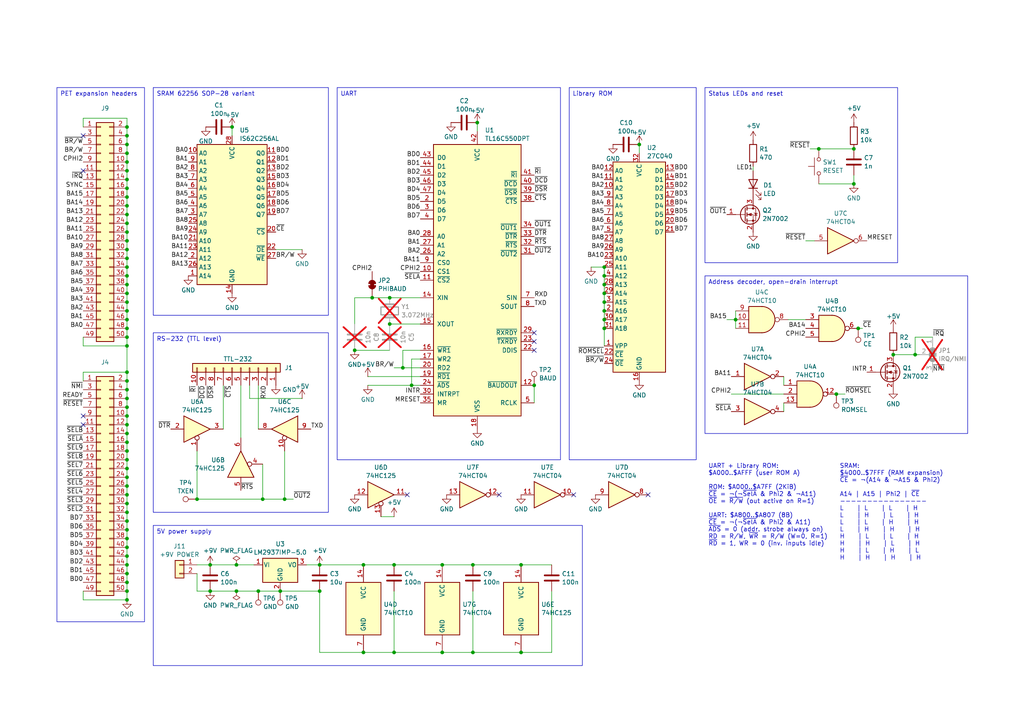
<source format=kicad_sch>
(kicad_sch
	(version 20231120)
	(generator "eeschema")
	(generator_version "8.0")
	(uuid "ba02a5fb-8d8e-4302-96a8-8e3b65a9cbd7")
	(paper "A4")
	(title_block
		(title "CBM PET SRAM Expansion")
		(date "2024-09-28")
		(rev "5")
		(company "CCC Basel")
	)
	
	(junction
		(at 175.26 82.55)
		(diameter 0)
		(color 0 0 0 0)
		(uuid "056a11f0-c26e-4946-9ae9-a571ff528e7e")
	)
	(junction
		(at 57.15 144.78)
		(diameter 0)
		(color 0 0 0 0)
		(uuid "0abefc55-f4cd-4e28-a625-90fb809422a2")
	)
	(junction
		(at 67.31 36.83)
		(diameter 0)
		(color 0 0 0 0)
		(uuid "0e804b11-f11b-44bb-a2e0-c28408880411")
	)
	(junction
		(at 74.93 171.45)
		(diameter 0)
		(color 0 0 0 0)
		(uuid "0ecacfc2-cda9-4c09-ac6e-e864b9a263c8")
	)
	(junction
		(at 175.26 80.01)
		(diameter 0)
		(color 0 0 0 0)
		(uuid "1059be7d-12db-4d65-8a41-5a60512936be")
	)
	(junction
		(at 113.03 86.36)
		(diameter 0)
		(color 0 0 0 0)
		(uuid "112484c3-8331-4494-94d0-86c0720f8a40")
	)
	(junction
		(at 36.83 173.99)
		(diameter 0)
		(color 0 0 0 0)
		(uuid "132e523d-4dd0-4bfc-a395-7b85d134f2e5")
	)
	(junction
		(at 175.26 85.09)
		(diameter 0)
		(color 0 0 0 0)
		(uuid "1401ecc8-1c5c-43c7-a929-f19593465319")
	)
	(junction
		(at 114.3 189.23)
		(diameter 0)
		(color 0 0 0 0)
		(uuid "1415b0a0-6599-4e9b-8c35-e391fb9a6ba8")
	)
	(junction
		(at 36.83 62.23)
		(diameter 0)
		(color 0 0 0 0)
		(uuid "15173f45-ff3b-4146-9ec8-aea55ce6de28")
	)
	(junction
		(at 119.38 111.76)
		(diameter 0)
		(color 0 0 0 0)
		(uuid "179f0257-8ee6-4b00-b6e2-c72d27978f8a")
	)
	(junction
		(at 107.95 86.36)
		(diameter 0)
		(color 0 0 0 0)
		(uuid "1815a0f8-3bf8-4522-bda4-dac7c65fe752")
	)
	(junction
		(at 265.43 102.87)
		(diameter 0)
		(color 0 0 0 0)
		(uuid "18cde554-bf47-487f-8691-35dc98459499")
	)
	(junction
		(at 36.83 80.01)
		(diameter 0)
		(color 0 0 0 0)
		(uuid "195b6efc-e1c4-4f14-9bc8-6388815f444b")
	)
	(junction
		(at 82.55 144.78)
		(diameter 0)
		(color 0 0 0 0)
		(uuid "1b183ed3-18b0-4283-b39b-8e0dd8499228")
	)
	(junction
		(at 151.13 189.23)
		(diameter 0)
		(color 0 0 0 0)
		(uuid "1b70fc5a-45e7-4bab-8024-75986d4921cd")
	)
	(junction
		(at 76.2 144.78)
		(diameter 0)
		(color 0 0 0 0)
		(uuid "20c0d527-8617-44d0-b2c2-14f69fe18fde")
	)
	(junction
		(at 68.58 171.45)
		(diameter 0)
		(color 0 0 0 0)
		(uuid "2138369b-643b-4f89-946d-bebf9d9190fc")
	)
	(junction
		(at 154.94 111.76)
		(diameter 0)
		(color 0 0 0 0)
		(uuid "22fe5866-b625-4c8d-8744-e37235a5aa0c")
	)
	(junction
		(at 36.83 87.63)
		(diameter 0)
		(color 0 0 0 0)
		(uuid "23088312-808b-4f4c-b096-e91dd8b9b773")
	)
	(junction
		(at 36.83 133.35)
		(diameter 0)
		(color 0 0 0 0)
		(uuid "231907ca-0f57-4d42-982d-2a9aaae679d6")
	)
	(junction
		(at 36.83 64.77)
		(diameter 0)
		(color 0 0 0 0)
		(uuid "23fa526b-f701-4216-bb5e-d524585daacd")
	)
	(junction
		(at 36.83 156.21)
		(diameter 0)
		(color 0 0 0 0)
		(uuid "245dfd6e-93dd-4c02-b96a-60e3cd2d8ba7")
	)
	(junction
		(at 116.84 106.68)
		(diameter 0)
		(color 0 0 0 0)
		(uuid "249eab88-d08c-45d0-a3bb-ac4f6cdc9a4f")
	)
	(junction
		(at 175.26 90.17)
		(diameter 0)
		(color 0 0 0 0)
		(uuid "27414434-2d37-4748-b140-4fd1d11e2493")
	)
	(junction
		(at 36.83 52.07)
		(diameter 0)
		(color 0 0 0 0)
		(uuid "2808f7d7-3bee-4b54-9474-691eae9eef5c")
	)
	(junction
		(at 247.65 43.18)
		(diameter 0)
		(color 0 0 0 0)
		(uuid "2b7206a6-30b3-4f96-9a17-1240603f3ec8")
	)
	(junction
		(at 36.83 39.37)
		(diameter 0)
		(color 0 0 0 0)
		(uuid "2cd9beca-8b4d-40c8-8644-94001003ba43")
	)
	(junction
		(at 36.83 90.17)
		(diameter 0)
		(color 0 0 0 0)
		(uuid "2f563c43-87b4-46b6-9928-bf2910756250")
	)
	(junction
		(at 137.16 189.23)
		(diameter 0)
		(color 0 0 0 0)
		(uuid "32c099db-6bd3-4631-b7e5-8e0ab620176f")
	)
	(junction
		(at 175.26 87.63)
		(diameter 0)
		(color 0 0 0 0)
		(uuid "357bfee8-289e-4bc2-a7b6-c0f5695bc7cc")
	)
	(junction
		(at 36.83 59.69)
		(diameter 0)
		(color 0 0 0 0)
		(uuid "3814d9fb-539b-4ad3-a118-ea02dfa6fdca")
	)
	(junction
		(at 151.13 163.83)
		(diameter 0)
		(color 0 0 0 0)
		(uuid "3f66cb11-0011-44b0-bd70-cd870653f612")
	)
	(junction
		(at 36.83 168.91)
		(diameter 0)
		(color 0 0 0 0)
		(uuid "3f87a0a3-a002-48d6-bd89-e50bae5ece9b")
	)
	(junction
		(at 128.27 189.23)
		(diameter 0)
		(color 0 0 0 0)
		(uuid "436e35db-d06d-44e5-a9f2-633ebb568bc1")
	)
	(junction
		(at 36.83 130.81)
		(diameter 0)
		(color 0 0 0 0)
		(uuid "44549270-7860-47a1-9a0d-d6e402f8a1f9")
	)
	(junction
		(at 213.36 92.71)
		(diameter 0)
		(color 0 0 0 0)
		(uuid "4471f513-2194-4416-b5aa-d7e191b264a6")
	)
	(junction
		(at 36.83 41.91)
		(diameter 0)
		(color 0 0 0 0)
		(uuid "4b977a37-3ace-4841-a45c-af50084070a5")
	)
	(junction
		(at 36.83 95.25)
		(diameter 0)
		(color 0 0 0 0)
		(uuid "4c7f9c78-648a-4266-8790-9767b7a24612")
	)
	(junction
		(at 36.83 54.61)
		(diameter 0)
		(color 0 0 0 0)
		(uuid "5ae5c9e9-4a8f-4d63-92f5-44a3c8bb1f99")
	)
	(junction
		(at 36.83 113.03)
		(diameter 0)
		(color 0 0 0 0)
		(uuid "61549b9f-b4bf-434c-9d9f-c3bca06ff294")
	)
	(junction
		(at 137.16 163.83)
		(diameter 0)
		(color 0 0 0 0)
		(uuid "61fbdc00-38e4-43b8-b894-b46529c6be10")
	)
	(junction
		(at 36.83 148.59)
		(diameter 0)
		(color 0 0 0 0)
		(uuid "64b900cd-2d86-4b52-bb5c-97b4fe952f58")
	)
	(junction
		(at 105.41 189.23)
		(diameter 0)
		(color 0 0 0 0)
		(uuid "6532edc3-17eb-49de-8c21-0ad7e52331d5")
	)
	(junction
		(at 36.83 69.85)
		(diameter 0)
		(color 0 0 0 0)
		(uuid "6c2f7215-865c-4fb1-846d-e1e38eb27bb3")
	)
	(junction
		(at 36.83 82.55)
		(diameter 0)
		(color 0 0 0 0)
		(uuid "71147d30-3a10-4a39-9d6e-6e813cd063f4")
	)
	(junction
		(at 81.28 171.45)
		(diameter 0)
		(color 0 0 0 0)
		(uuid "7477d0ce-a25d-4684-acf6-74adc02ed023")
	)
	(junction
		(at 36.83 120.65)
		(diameter 0)
		(color 0 0 0 0)
		(uuid "77394a52-145a-4021-8fd2-6569bd29e47a")
	)
	(junction
		(at 175.26 92.71)
		(diameter 0)
		(color 0 0 0 0)
		(uuid "7b78dcd3-aecf-4adb-9f25-cd7de3d27d52")
	)
	(junction
		(at 60.96 171.45)
		(diameter 0)
		(color 0 0 0 0)
		(uuid "7f68fb98-49b8-4141-a565-d68743f2112f")
	)
	(junction
		(at 36.83 100.33)
		(diameter 0)
		(color 0 0 0 0)
		(uuid "7f6ec264-e554-4d3a-847a-63d1ee1efa52")
	)
	(junction
		(at 36.83 110.49)
		(diameter 0)
		(color 0 0 0 0)
		(uuid "7f9af0e9-ce3a-4803-bc52-8d667acf73e7")
	)
	(junction
		(at 36.83 46.99)
		(diameter 0)
		(color 0 0 0 0)
		(uuid "7fbc4fd6-5117-4b75-9f06-add6d0f632f6")
	)
	(junction
		(at 138.43 35.56)
		(diameter 0)
		(color 0 0 0 0)
		(uuid "7fce55ae-f9dc-4b3f-b891-1eab209c709b")
	)
	(junction
		(at 92.71 171.45)
		(diameter 0)
		(color 0 0 0 0)
		(uuid "83b9386f-f9ff-4c55-82db-884f4c62311d")
	)
	(junction
		(at 36.83 140.97)
		(diameter 0)
		(color 0 0 0 0)
		(uuid "8b2ce9b6-a9e9-464e-9f7d-9a76938f07f6")
	)
	(junction
		(at 113.03 93.98)
		(diameter 0)
		(color 0 0 0 0)
		(uuid "8e0b00b4-2044-421b-b8e4-8ba4be793422")
	)
	(junction
		(at 36.83 92.71)
		(diameter 0)
		(color 0 0 0 0)
		(uuid "903bce02-003e-4d0a-8386-d6c0a376668e")
	)
	(junction
		(at 36.83 67.31)
		(diameter 0)
		(color 0 0 0 0)
		(uuid "917825a7-a83d-4255-92db-a00da4f06c80")
	)
	(junction
		(at 92.71 163.83)
		(diameter 0)
		(color 0 0 0 0)
		(uuid "95a2d759-78c6-4d32-8fe4-456149d98a79")
	)
	(junction
		(at 36.83 36.83)
		(diameter 0)
		(color 0 0 0 0)
		(uuid "9796b5b6-84d4-407c-8791-ad7a9fd305ee")
	)
	(junction
		(at 128.27 163.83)
		(diameter 0)
		(color 0 0 0 0)
		(uuid "98603cc1-98d2-4dec-bfa6-4af312b6045d")
	)
	(junction
		(at 36.83 146.05)
		(diameter 0)
		(color 0 0 0 0)
		(uuid "9be13afd-1ab9-4ba6-9fce-66303bb75fd1")
	)
	(junction
		(at 259.08 102.87)
		(diameter 0)
		(color 0 0 0 0)
		(uuid "9d5de7dd-0f5d-483f-85f1-525b829e00f1")
	)
	(junction
		(at 175.26 77.47)
		(diameter 0)
		(color 0 0 0 0)
		(uuid "9fa7bca9-2847-4331-a2e0-e7f484eb1ea3")
	)
	(junction
		(at 36.83 166.37)
		(diameter 0)
		(color 0 0 0 0)
		(uuid "9fcfd4a1-eb71-4cc1-95c1-d4ee46b3596b")
	)
	(junction
		(at 185.42 41.91)
		(diameter 0)
		(color 0 0 0 0)
		(uuid "a04e3ab0-4141-44e6-aff6-0d3039a53ff2")
	)
	(junction
		(at 36.83 107.95)
		(diameter 0)
		(color 0 0 0 0)
		(uuid "a6d50e0e-c9ef-4a53-8600-acaa26482069")
	)
	(junction
		(at 36.83 171.45)
		(diameter 0)
		(color 0 0 0 0)
		(uuid "ab5cf924-c6f4-4022-95c2-03ff816df3a9")
	)
	(junction
		(at 36.83 135.89)
		(diameter 0)
		(color 0 0 0 0)
		(uuid "b199f9f2-37b2-4a61-9009-3df80f449bf3")
	)
	(junction
		(at 175.26 95.25)
		(diameter 0)
		(color 0 0 0 0)
		(uuid "b9068dc1-f8b2-44d2-8a82-381772037dde")
	)
	(junction
		(at 237.49 43.18)
		(diameter 0)
		(color 0 0 0 0)
		(uuid "b9da39cc-d8db-4930-9b84-bd6a2bd957e4")
	)
	(junction
		(at 60.96 163.83)
		(diameter 0)
		(color 0 0 0 0)
		(uuid "ba1f469a-0869-4e71-9b05-d7558848a402")
	)
	(junction
		(at 102.87 101.6)
		(diameter 0)
		(color 0 0 0 0)
		(uuid "bbf5a464-4f54-4dc1-846c-e9ae00627e12")
	)
	(junction
		(at 68.58 163.83)
		(diameter 0)
		(color 0 0 0 0)
		(uuid "bd5f5cee-fae0-454a-84be-c0b40fb0e8ed")
	)
	(junction
		(at 36.83 77.47)
		(diameter 0)
		(color 0 0 0 0)
		(uuid "be269495-f445-4722-938b-be38a32acc6a")
	)
	(junction
		(at 36.83 49.53)
		(diameter 0)
		(color 0 0 0 0)
		(uuid "c0f8c0ef-d855-4daf-a3c6-faf021bbacfa")
	)
	(junction
		(at 36.83 143.51)
		(diameter 0)
		(color 0 0 0 0)
		(uuid "c28b5a19-2bc3-46af-928f-b0dc39d45f8b")
	)
	(junction
		(at 248.92 95.25)
		(diameter 0)
		(color 0 0 0 0)
		(uuid "c2e0dad2-2789-4c82-82ba-c484395838af")
	)
	(junction
		(at 36.83 57.15)
		(diameter 0)
		(color 0 0 0 0)
		(uuid "c4031e73-c667-4d5b-b6a3-b1b52f78072d")
	)
	(junction
		(at 36.83 128.27)
		(diameter 0)
		(color 0 0 0 0)
		(uuid "cbe52f06-6794-4495-a883-a72309517360")
	)
	(junction
		(at 105.41 163.83)
		(diameter 0)
		(color 0 0 0 0)
		(uuid "ce14d82d-a64c-4fb0-9360-0d9950cfa9e0")
	)
	(junction
		(at 36.83 153.67)
		(diameter 0)
		(color 0 0 0 0)
		(uuid "d0d5f044-d954-47a2-92e8-c56bd83f08fd")
	)
	(junction
		(at 36.83 123.19)
		(diameter 0)
		(color 0 0 0 0)
		(uuid "deb53e51-8590-461e-9f63-d5018e32e310")
	)
	(junction
		(at 36.83 85.09)
		(diameter 0)
		(color 0 0 0 0)
		(uuid "df34c3c9-550f-44ad-87fa-414dc88f9ca5")
	)
	(junction
		(at 36.83 74.93)
		(diameter 0)
		(color 0 0 0 0)
		(uuid "e810d19f-1f7f-46ed-aeca-2332235759cb")
	)
	(junction
		(at 114.3 163.83)
		(diameter 0)
		(color 0 0 0 0)
		(uuid "e81c1fd2-cbe0-4390-a076-77b4f988edf0")
	)
	(junction
		(at 36.83 97.79)
		(diameter 0)
		(color 0 0 0 0)
		(uuid "e9b6f3b7-2112-414f-95c2-3a89b12eca3c")
	)
	(junction
		(at 247.65 53.34)
		(diameter 0)
		(color 0 0 0 0)
		(uuid "edd0a164-1b74-4796-b4d9-49b5d1acd448")
	)
	(junction
		(at 36.83 44.45)
		(diameter 0)
		(color 0 0 0 0)
		(uuid "f1585753-3985-44df-bdce-73bceeea44c4")
	)
	(junction
		(at 36.83 151.13)
		(diameter 0)
		(color 0 0 0 0)
		(uuid "f1d99ce8-737b-4e91-a7ff-98190c3294f0")
	)
	(junction
		(at 36.83 163.83)
		(diameter 0)
		(color 0 0 0 0)
		(uuid "f2490804-050d-48fe-b97e-1097c19741ec")
	)
	(junction
		(at 36.83 72.39)
		(diameter 0)
		(color 0 0 0 0)
		(uuid "f9591cf2-f9e3-4fdc-9111-e653ff6a3b6e")
	)
	(junction
		(at 242.57 114.3)
		(diameter 0)
		(color 0 0 0 0)
		(uuid "fa8a85e0-2b8d-4d61-81f6-97e786f4dc1e")
	)
	(junction
		(at 36.83 158.75)
		(diameter 0)
		(color 0 0 0 0)
		(uuid "fb59a7d8-7c6b-4011-8662-0571566e7924")
	)
	(junction
		(at 36.83 161.29)
		(diameter 0)
		(color 0 0 0 0)
		(uuid "fc2aec22-7f6a-4ac6-995b-844b8042e8c9")
	)
	(junction
		(at 36.83 118.11)
		(diameter 0)
		(color 0 0 0 0)
		(uuid "fd440596-5b67-4038-af3d-226327df8ea9")
	)
	(junction
		(at 36.83 115.57)
		(diameter 0)
		(color 0 0 0 0)
		(uuid "fe404ba7-ab8e-4deb-b52d-66b45279dcb4")
	)
	(junction
		(at 36.83 125.73)
		(diameter 0)
		(color 0 0 0 0)
		(uuid "fe664a02-6c91-4a7f-9b2f-9b5b423ed89e")
	)
	(junction
		(at 36.83 138.43)
		(diameter 0)
		(color 0 0 0 0)
		(uuid "ff9a97c8-9aff-4906-a3ed-5e56c33cb353")
	)
	(no_connect
		(at 24.13 120.65)
		(uuid "21c3144a-9860-4dee-af6d-a94e3587478d")
	)
	(no_connect
		(at 24.13 39.37)
		(uuid "33f02fa2-9cbf-4e1b-883d-5a2f8a66d5ce")
	)
	(no_connect
		(at 144.78 143.51)
		(uuid "49314928-634f-4e81-a4a0-80706801d82c")
	)
	(no_connect
		(at 154.94 101.6)
		(uuid "549092fb-282c-4770-ba8a-3742aa41641b")
	)
	(no_connect
		(at 187.96 143.51)
		(uuid "616b261f-3ce3-4796-8ab8-409344179e4f")
	)
	(no_connect
		(at 118.11 143.51)
		(uuid "635c4ca2-c143-43f3-9f14-dca00da445da")
	)
	(no_connect
		(at 24.13 123.19)
		(uuid "65190511-5696-4c62-9853-195b00388054")
	)
	(no_connect
		(at 24.13 49.53)
		(uuid "6d7bf783-c773-4569-949d-8faf39b31a4f")
	)
	(no_connect
		(at 166.37 143.51)
		(uuid "799cd4ed-d20a-4f49-b8c3-350cfaed2233")
	)
	(no_connect
		(at 154.94 96.52)
		(uuid "bf997b80-ebdb-4b45-8671-6fd0c5a8f1c6")
	)
	(no_connect
		(at 154.94 99.06)
		(uuid "ccb1cb8c-4500-4cd1-9407-46b01057712c")
	)
	(wire
		(pts
			(xy 36.83 92.71) (xy 36.83 95.25)
		)
		(stroke
			(width 0)
			(type default)
		)
		(uuid "00711f35-0a35-46c5-89fc-ce0e85dd57c9")
	)
	(wire
		(pts
			(xy 36.83 100.33) (xy 24.13 100.33)
		)
		(stroke
			(width 0)
			(type default)
		)
		(uuid "046557f0-5448-4a2e-9685-2e14368d0fe7")
	)
	(wire
		(pts
			(xy 237.49 43.18) (xy 247.65 43.18)
		)
		(stroke
			(width 0)
			(type default)
		)
		(uuid "0622d7ff-bf6c-40f7-83e8-7ecb17bd1812")
	)
	(wire
		(pts
			(xy 36.83 161.29) (xy 36.83 163.83)
		)
		(stroke
			(width 0)
			(type default)
		)
		(uuid "0769c1f1-00ff-4549-9633-1ff884b80650")
	)
	(wire
		(pts
			(xy 128.27 189.23) (xy 137.16 189.23)
		)
		(stroke
			(width 0)
			(type default)
		)
		(uuid "079365ca-342a-4206-b967-4e1393e6dda1")
	)
	(wire
		(pts
			(xy 228.6 92.71) (xy 233.68 92.71)
		)
		(stroke
			(width 0)
			(type default)
		)
		(uuid "095de72c-487a-49db-8a9f-8dcd7902ae6a")
	)
	(wire
		(pts
			(xy 36.83 143.51) (xy 36.83 146.05)
		)
		(stroke
			(width 0)
			(type default)
		)
		(uuid "0a2ab28e-7de9-4efd-8dc2-277c7cb8c104")
	)
	(wire
		(pts
			(xy 137.16 163.83) (xy 151.13 163.83)
		)
		(stroke
			(width 0)
			(type default)
		)
		(uuid "0bcc28d4-af68-40cb-8f73-421064e858b3")
	)
	(wire
		(pts
			(xy 57.15 144.78) (xy 76.2 144.78)
		)
		(stroke
			(width 0)
			(type default)
		)
		(uuid "0cfdca52-9566-4684-9369-f2738d2ae435")
	)
	(wire
		(pts
			(xy 36.83 173.99) (xy 24.13 173.99)
		)
		(stroke
			(width 0)
			(type default)
		)
		(uuid "0d3e84c8-187a-434a-99b0-a398c4b7f9d4")
	)
	(wire
		(pts
			(xy 36.83 123.19) (xy 36.83 125.73)
		)
		(stroke
			(width 0)
			(type default)
		)
		(uuid "0d80c3da-42ca-4fd6-ad98-36ecb3cdf91a")
	)
	(wire
		(pts
			(xy 36.83 85.09) (xy 36.83 87.63)
		)
		(stroke
			(width 0)
			(type default)
		)
		(uuid "12b6d115-0ef8-46f1-bff2-e153886a4ac6")
	)
	(wire
		(pts
			(xy 114.3 189.23) (xy 128.27 189.23)
		)
		(stroke
			(width 0)
			(type default)
		)
		(uuid "12bf641a-5d24-44f3-95df-45c6a68ee451")
	)
	(wire
		(pts
			(xy 74.93 111.76) (xy 74.93 124.46)
		)
		(stroke
			(width 0)
			(type default)
		)
		(uuid "13330aea-b5ae-41d5-b161-e5749926b421")
	)
	(wire
		(pts
			(xy 36.83 107.95) (xy 24.13 107.95)
		)
		(stroke
			(width 0)
			(type default)
		)
		(uuid "1374172c-a5b4-4749-a7bf-da2b9d6a5f4b")
	)
	(wire
		(pts
			(xy 36.83 128.27) (xy 36.83 130.81)
		)
		(stroke
			(width 0)
			(type default)
		)
		(uuid "14733b41-92a9-4319-9926-64316a050b70")
	)
	(wire
		(pts
			(xy 36.83 135.89) (xy 36.83 138.43)
		)
		(stroke
			(width 0)
			(type default)
		)
		(uuid "16361d29-945a-4429-b155-3484aad8db6f")
	)
	(wire
		(pts
			(xy 60.96 171.45) (xy 68.58 171.45)
		)
		(stroke
			(width 0)
			(type default)
		)
		(uuid "17e6825e-78e0-4309-9ac1-6f00299c9759")
	)
	(wire
		(pts
			(xy 270.51 97.79) (xy 265.43 97.79)
		)
		(stroke
			(width 0)
			(type default)
		)
		(uuid "1953529c-bd34-4974-8b28-542259c55fb4")
	)
	(wire
		(pts
			(xy 36.83 34.29) (xy 24.13 34.29)
		)
		(stroke
			(width 0)
			(type default)
		)
		(uuid "1b00708e-a75f-47f2-82bd-938cbc163d7e")
	)
	(wire
		(pts
			(xy 36.83 171.45) (xy 36.83 173.99)
		)
		(stroke
			(width 0)
			(type default)
		)
		(uuid "1ba742e3-ce9c-4d92-b23f-2cb1863e7bfe")
	)
	(wire
		(pts
			(xy 213.36 92.71) (xy 213.36 90.17)
		)
		(stroke
			(width 0)
			(type default)
		)
		(uuid "1c5869ee-d3e1-4acf-80f4-7b3dc7d6dff0")
	)
	(wire
		(pts
			(xy 154.94 111.76) (xy 154.94 116.84)
		)
		(stroke
			(width 0)
			(type default)
		)
		(uuid "1cc395c3-0b03-4cf9-84b4-4de58dc74146")
	)
	(wire
		(pts
			(xy 72.39 115.57) (xy 87.63 115.57)
		)
		(stroke
			(width 0)
			(type default)
		)
		(uuid "1d297b16-066a-42dd-b2ba-be9c8d777b64")
	)
	(wire
		(pts
			(xy 36.83 80.01) (xy 36.83 82.55)
		)
		(stroke
			(width 0)
			(type default)
		)
		(uuid "1d699762-757c-4aad-8a98-25cb5a22c4ca")
	)
	(wire
		(pts
			(xy 36.83 69.85) (xy 36.83 72.39)
		)
		(stroke
			(width 0)
			(type default)
		)
		(uuid "21559b49-cfeb-478f-a9dc-61ab85bff646")
	)
	(wire
		(pts
			(xy 36.83 153.67) (xy 36.83 156.21)
		)
		(stroke
			(width 0)
			(type default)
		)
		(uuid "23208346-8f18-4ee9-98c4-bf4c1acc206d")
	)
	(wire
		(pts
			(xy 105.41 163.83) (xy 114.3 163.83)
		)
		(stroke
			(width 0)
			(type default)
		)
		(uuid "2594df8f-7629-444f-b9da-3ffc5013fb21")
	)
	(wire
		(pts
			(xy 175.26 90.17) (xy 175.26 92.71)
		)
		(stroke
			(width 0)
			(type default)
		)
		(uuid "268c2fc8-8e07-40c9-b363-0a286fdb9246")
	)
	(wire
		(pts
			(xy 233.68 69.85) (xy 236.22 69.85)
		)
		(stroke
			(width 0)
			(type default)
		)
		(uuid "2782cd76-9d1b-47fa-95de-3e8e8c394bdc")
	)
	(wire
		(pts
			(xy 36.83 133.35) (xy 36.83 135.89)
		)
		(stroke
			(width 0)
			(type default)
		)
		(uuid "288d5bec-4d83-4011-ad09-73e4915facf8")
	)
	(wire
		(pts
			(xy 57.15 163.83) (xy 60.96 163.83)
		)
		(stroke
			(width 0)
			(type default)
		)
		(uuid "2bfe1a78-858f-4a81-bec4-e14397697ed6")
	)
	(wire
		(pts
			(xy 137.16 171.45) (xy 137.16 189.23)
		)
		(stroke
			(width 0)
			(type default)
		)
		(uuid "2eb9fdb2-9d66-4f6f-a82e-20a370f58afc")
	)
	(wire
		(pts
			(xy 36.83 72.39) (xy 36.83 74.93)
		)
		(stroke
			(width 0)
			(type default)
		)
		(uuid "302db16f-0c13-4237-8e6d-fbfb969ac60c")
	)
	(wire
		(pts
			(xy 265.43 97.79) (xy 265.43 102.87)
		)
		(stroke
			(width 0)
			(type default)
		)
		(uuid "323ea69e-a69d-4524-b708-9544a609c137")
	)
	(wire
		(pts
			(xy 218.44 48.26) (xy 218.44 49.53)
		)
		(stroke
			(width 0)
			(type default)
		)
		(uuid "3368a25e-1b40-4088-ba9b-576bb5b695e9")
	)
	(wire
		(pts
			(xy 116.84 101.6) (xy 116.84 106.68)
		)
		(stroke
			(width 0)
			(type default)
		)
		(uuid "369e6af8-1558-4168-ae1b-b1662a8aaa09")
	)
	(wire
		(pts
			(xy 92.71 189.23) (xy 105.41 189.23)
		)
		(stroke
			(width 0)
			(type default)
		)
		(uuid "36bc98be-feb2-453e-beba-3c03f2dc4feb")
	)
	(wire
		(pts
			(xy 36.83 77.47) (xy 36.83 80.01)
		)
		(stroke
			(width 0)
			(type default)
		)
		(uuid "3af1334e-b376-4e8a-bb83-2bb1fd994d6c")
	)
	(wire
		(pts
			(xy 57.15 130.81) (xy 57.15 144.78)
		)
		(stroke
			(width 0)
			(type default)
		)
		(uuid "3de59ec8-cbb2-4109-9428-1364a1fab958")
	)
	(wire
		(pts
			(xy 36.83 148.59) (xy 36.83 151.13)
		)
		(stroke
			(width 0)
			(type default)
		)
		(uuid "4061e863-29f1-43bc-926e-c7e54715c70f")
	)
	(wire
		(pts
			(xy 138.43 35.56) (xy 138.43 38.1)
		)
		(stroke
			(width 0)
			(type default)
		)
		(uuid "4114b69c-81e3-4a54-beeb-417bde69796e")
	)
	(wire
		(pts
			(xy 102.87 101.6) (xy 113.03 101.6)
		)
		(stroke
			(width 0)
			(type default)
		)
		(uuid "414124c6-9160-4b2c-8ffe-8f300ee42825")
	)
	(wire
		(pts
			(xy 36.83 82.55) (xy 36.83 85.09)
		)
		(stroke
			(width 0)
			(type default)
		)
		(uuid "42a581bc-627f-47f1-b43a-2089c12481ef")
	)
	(wire
		(pts
			(xy 36.83 44.45) (xy 36.83 46.99)
		)
		(stroke
			(width 0)
			(type default)
		)
		(uuid "43169ff3-f0f3-4860-be27-fe96087aa0e9")
	)
	(wire
		(pts
			(xy 36.83 140.97) (xy 36.83 143.51)
		)
		(stroke
			(width 0)
			(type default)
		)
		(uuid "4407daa4-725e-4f78-8635-7873016477e3")
	)
	(wire
		(pts
			(xy 250.19 95.25) (xy 248.92 95.25)
		)
		(stroke
			(width 0)
			(type default)
		)
		(uuid "45c09364-f47c-4b1d-b25c-9b80f7affb63")
	)
	(wire
		(pts
			(xy 175.26 82.55) (xy 175.26 85.09)
		)
		(stroke
			(width 0)
			(type default)
		)
		(uuid "48e0ca97-7315-468d-a02d-6c6eda37e2b6")
	)
	(wire
		(pts
			(xy 57.15 171.45) (xy 60.96 171.45)
		)
		(stroke
			(width 0)
			(type default)
		)
		(uuid "4b74de37-6eca-45d9-b0e3-e700dc0311fb")
	)
	(wire
		(pts
			(xy 234.95 43.18) (xy 237.49 43.18)
		)
		(stroke
			(width 0)
			(type default)
		)
		(uuid "4e11bbca-9727-4a08-8e39-815f674df992")
	)
	(wire
		(pts
			(xy 151.13 163.83) (xy 160.02 163.83)
		)
		(stroke
			(width 0)
			(type default)
		)
		(uuid "4f1168c6-641f-40b4-add8-0e0f52669157")
	)
	(wire
		(pts
			(xy 210.82 92.71) (xy 213.36 92.71)
		)
		(stroke
			(width 0)
			(type default)
		)
		(uuid "544f9adf-efdf-48e2-9b4b-60527298361c")
	)
	(wire
		(pts
			(xy 72.39 115.57) (xy 72.39 111.76)
		)
		(stroke
			(width 0)
			(type default)
		)
		(uuid "561e939d-6661-4e49-b1b8-e9121942e6f4")
	)
	(wire
		(pts
			(xy 175.26 95.25) (xy 175.26 100.33)
		)
		(stroke
			(width 0)
			(type default)
		)
		(uuid "582f95ab-a8ee-4282-a219-c6cfe7b4b410")
	)
	(wire
		(pts
			(xy 151.13 189.23) (xy 160.02 189.23)
		)
		(stroke
			(width 0)
			(type default)
		)
		(uuid "5cb788f7-09b9-4b6e-a9ba-cf2201895095")
	)
	(wire
		(pts
			(xy 116.84 106.68) (xy 121.92 106.68)
		)
		(stroke
			(width 0)
			(type default)
		)
		(uuid "6231866f-df15-469a-bc6a-bbb1065cd583")
	)
	(wire
		(pts
			(xy 36.83 146.05) (xy 36.83 148.59)
		)
		(stroke
			(width 0)
			(type default)
		)
		(uuid "694fc7c7-0c39-4f16-a235-fe3572daf9b9")
	)
	(wire
		(pts
			(xy 36.83 115.57) (xy 36.83 118.11)
		)
		(stroke
			(width 0)
			(type default)
		)
		(uuid "697e6d1b-de82-47b0-9179-70161de7ae5b")
	)
	(wire
		(pts
			(xy 102.87 86.36) (xy 102.87 93.98)
		)
		(stroke
			(width 0)
			(type default)
		)
		(uuid "6a55f144-5dee-45bb-9fbe-625c7e33263b")
	)
	(wire
		(pts
			(xy 24.13 34.29) (xy 24.13 36.83)
		)
		(stroke
			(width 0)
			(type default)
		)
		(uuid "6cde2c27-2f6f-4fc7-89fc-256b9f8177f2")
	)
	(wire
		(pts
			(xy 36.83 110.49) (xy 36.83 107.95)
		)
		(stroke
			(width 0)
			(type default)
		)
		(uuid "6cdf2c1d-183a-493b-9a3a-01ce5c0411cd")
	)
	(wire
		(pts
			(xy 69.85 111.76) (xy 69.85 127)
		)
		(stroke
			(width 0)
			(type default)
		)
		(uuid "6f2a63b6-9d88-40bd-9fb3-692ca3532129")
	)
	(wire
		(pts
			(xy 175.26 92.71) (xy 175.26 95.25)
		)
		(stroke
			(width 0)
			(type default)
		)
		(uuid "70cc2f58-df2d-4626-b30c-906f3e3e5045")
	)
	(wire
		(pts
			(xy 74.93 171.45) (xy 81.28 171.45)
		)
		(stroke
			(width 0)
			(type default)
		)
		(uuid "74b619b6-64d3-451b-8278-a774d7efe52a")
	)
	(wire
		(pts
			(xy 36.83 87.63) (xy 36.83 90.17)
		)
		(stroke
			(width 0)
			(type default)
		)
		(uuid "757969e0-d0aa-497f-9cc8-abf28d3cf0c4")
	)
	(wire
		(pts
			(xy 119.38 104.14) (xy 119.38 111.76)
		)
		(stroke
			(width 0)
			(type default)
		)
		(uuid "76387281-d14f-453e-8a3e-9896a5958056")
	)
	(wire
		(pts
			(xy 92.71 171.45) (xy 92.71 189.23)
		)
		(stroke
			(width 0)
			(type default)
		)
		(uuid "79010585-a286-4f6a-9380-121dfca5f966")
	)
	(wire
		(pts
			(xy 24.13 100.33) (xy 24.13 97.79)
		)
		(stroke
			(width 0)
			(type default)
		)
		(uuid "790c3ae3-c49a-4716-8d84-01160b534afc")
	)
	(wire
		(pts
			(xy 36.83 138.43) (xy 36.83 140.97)
		)
		(stroke
			(width 0)
			(type default)
		)
		(uuid "79fd50d9-8db9-4343-b064-692d691ee260")
	)
	(wire
		(pts
			(xy 64.77 111.76) (xy 64.77 124.46)
		)
		(stroke
			(width 0)
			(type default)
		)
		(uuid "7bd32e53-d6c7-4637-bea5-d5076e83a751")
	)
	(wire
		(pts
			(xy 36.83 97.79) (xy 36.83 100.33)
		)
		(stroke
			(width 0)
			(type default)
		)
		(uuid "834fc730-ea34-43aa-b12d-5e0897931268")
	)
	(wire
		(pts
			(xy 80.01 72.39) (xy 87.63 72.39)
		)
		(stroke
			(width 0)
			(type default)
		)
		(uuid "845d829c-deeb-4cd4-89e9-68705b984a66")
	)
	(wire
		(pts
			(xy 24.13 173.99) (xy 24.13 171.45)
		)
		(stroke
			(width 0)
			(type default)
		)
		(uuid "854fcba5-1b03-45d0-a06d-9d6d623ed931")
	)
	(wire
		(pts
			(xy 60.96 163.83) (xy 68.58 163.83)
		)
		(stroke
			(width 0)
			(type default)
		)
		(uuid "859e8e44-b59b-4678-beaa-4071b8223be0")
	)
	(wire
		(pts
			(xy 36.83 168.91) (xy 36.83 171.45)
		)
		(stroke
			(width 0)
			(type default)
		)
		(uuid "8932b5b7-09d1-4bd5-9645-360475058fb3")
	)
	(wire
		(pts
			(xy 185.42 41.91) (xy 185.42 44.45)
		)
		(stroke
			(width 0)
			(type default)
		)
		(uuid "8cbe9dda-777d-449d-b5b9-296782d603c0")
	)
	(wire
		(pts
			(xy 36.83 120.65) (xy 36.83 123.19)
		)
		(stroke
			(width 0)
			(type default)
		)
		(uuid "8d8ff752-55f2-459b-b52b-e1467282fe4c")
	)
	(wire
		(pts
			(xy 36.83 151.13) (xy 36.83 153.67)
		)
		(stroke
			(width 0)
			(type default)
		)
		(uuid "8e9219bd-cc33-44b5-a383-65436e5dd593")
	)
	(wire
		(pts
			(xy 102.87 86.36) (xy 107.95 86.36)
		)
		(stroke
			(width 0)
			(type default)
		)
		(uuid "900a2c47-124b-4ff3-9a93-05098324ef49")
	)
	(wire
		(pts
			(xy 36.83 90.17) (xy 36.83 92.71)
		)
		(stroke
			(width 0)
			(type default)
		)
		(uuid "90252908-9342-4715-9ab5-1ab4c3a491b4")
	)
	(wire
		(pts
			(xy 160.02 189.23) (xy 160.02 171.45)
		)
		(stroke
			(width 0)
			(type default)
		)
		(uuid "90d3d4bc-af30-42ec-a208-c725b840ecbc")
	)
	(wire
		(pts
			(xy 121.92 101.6) (xy 116.84 101.6)
		)
		(stroke
			(width 0)
			(type default)
		)
		(uuid "911e8c4b-408e-4f6c-8cd3-86d77014bda8")
	)
	(wire
		(pts
			(xy 36.83 36.83) (xy 36.83 39.37)
		)
		(stroke
			(width 0)
			(type default)
		)
		(uuid "92dfa2d6-9aaa-4e84-a9bf-ddddf8b16095")
	)
	(wire
		(pts
			(xy 227.33 119.38) (xy 227.33 116.84)
		)
		(stroke
			(width 0)
			(type default)
		)
		(uuid "9506977a-bcad-4700-b042-f6d4b4d6d7c3")
	)
	(wire
		(pts
			(xy 88.9 163.83) (xy 92.71 163.83)
		)
		(stroke
			(width 0)
			(type default)
		)
		(uuid "9e9b00c3-4bf8-4f0f-b1de-1220fdc9b3d6")
	)
	(wire
		(pts
			(xy 171.45 77.47) (xy 175.26 77.47)
		)
		(stroke
			(width 0)
			(type default)
		)
		(uuid "9fbc48f7-8caf-45bc-bdb0-9f2ee0dc9261")
	)
	(wire
		(pts
			(xy 36.83 95.25) (xy 36.83 97.79)
		)
		(stroke
			(width 0)
			(type default)
		)
		(uuid "a2c7e20c-1387-49fc-b8f7-453857f3fb46")
	)
	(wire
		(pts
			(xy 36.83 166.37) (xy 36.83 168.91)
		)
		(stroke
			(width 0)
			(type default)
		)
		(uuid "a36a5b53-6661-49b4-b075-bfa53383a516")
	)
	(wire
		(pts
			(xy 68.58 171.45) (xy 74.93 171.45)
		)
		(stroke
			(width 0)
			(type default)
		)
		(uuid "a49e0e21-1fa0-45a0-b36c-71ca6d2914b4")
	)
	(wire
		(pts
			(xy 36.83 49.53) (xy 36.83 52.07)
		)
		(stroke
			(width 0)
			(type default)
		)
		(uuid "a9f62682-fa6e-4397-afde-0ebb2029a171")
	)
	(wire
		(pts
			(xy 247.65 50.8) (xy 247.65 53.34)
		)
		(stroke
			(width 0)
			(type default)
		)
		(uuid "ac1c7e4c-2af3-4499-bd59-95128d8f456c")
	)
	(wire
		(pts
			(xy 36.83 156.21) (xy 36.83 158.75)
		)
		(stroke
			(width 0)
			(type default)
		)
		(uuid "af05e6de-af77-479c-9ea2-a26a2d5f3085")
	)
	(wire
		(pts
			(xy 36.83 57.15) (xy 36.83 59.69)
		)
		(stroke
			(width 0)
			(type default)
		)
		(uuid "af3629a2-ce2a-4acb-be35-8a2462ec8bf4")
	)
	(wire
		(pts
			(xy 114.3 189.23) (xy 114.3 171.45)
		)
		(stroke
			(width 0)
			(type default)
		)
		(uuid "b2287573-69e0-46b1-9bfb-02345a7789a9")
	)
	(wire
		(pts
			(xy 76.2 144.78) (xy 82.55 144.78)
		)
		(stroke
			(width 0)
			(type default)
		)
		(uuid "b337a58d-ae4a-4663-a17e-3e9068b20796")
	)
	(wire
		(pts
			(xy 36.83 59.69) (xy 36.83 62.23)
		)
		(stroke
			(width 0)
			(type default)
		)
		(uuid "b3ab146d-f0d1-4d9f-a694-3812984c1dae")
	)
	(wire
		(pts
			(xy 245.11 114.3) (xy 242.57 114.3)
		)
		(stroke
			(width 0)
			(type default)
		)
		(uuid "b53aa28b-3a96-4f02-8e40-2ede2c26b0b4")
	)
	(wire
		(pts
			(xy 82.55 130.81) (xy 82.55 144.78)
		)
		(stroke
			(width 0)
			(type default)
		)
		(uuid "b8637283-2b90-435e-8049-739db99738a2")
	)
	(wire
		(pts
			(xy 119.38 111.76) (xy 121.92 111.76)
		)
		(stroke
			(width 0)
			(type default)
		)
		(uuid "b8df5de6-4ec2-4f5c-911f-ceae908096b7")
	)
	(wire
		(pts
			(xy 110.49 149.86) (xy 114.3 149.86)
		)
		(stroke
			(width 0)
			(type default)
		)
		(uuid "b921c87d-24b9-4113-873f-a75f011dd058")
	)
	(wire
		(pts
			(xy 106.68 111.76) (xy 119.38 111.76)
		)
		(stroke
			(width 0)
			(type default)
		)
		(uuid "bb60d230-7fcd-4044-a70b-0f2388655c1c")
	)
	(wire
		(pts
			(xy 113.03 93.98) (xy 121.92 93.98)
		)
		(stroke
			(width 0)
			(type default)
		)
		(uuid "bc5742e2-ce78-4572-8890-94213356cbe4")
	)
	(wire
		(pts
			(xy 36.83 67.31) (xy 36.83 69.85)
		)
		(stroke
			(width 0)
			(type default)
		)
		(uuid "bcaff7eb-5cd4-4ec7-b826-6a7930a97b06")
	)
	(wire
		(pts
			(xy 36.83 62.23) (xy 36.83 64.77)
		)
		(stroke
			(width 0)
			(type default)
		)
		(uuid "bd68d0f9-0800-41b8-958e-45ad6ce413c0")
	)
	(wire
		(pts
			(xy 36.83 163.83) (xy 36.83 166.37)
		)
		(stroke
			(width 0)
			(type default)
		)
		(uuid "bdde8308-df24-498c-8d8a-b951a3163278")
	)
	(wire
		(pts
			(xy 107.95 86.36) (xy 113.03 86.36)
		)
		(stroke
			(width 0)
			(type default)
		)
		(uuid "c140b55a-cca0-4c1c-a39d-d475dbe2d661")
	)
	(wire
		(pts
			(xy 212.09 114.3) (xy 227.33 114.3)
		)
		(stroke
			(width 0)
			(type default)
		)
		(uuid "c4ffacf1-eb84-44e2-bd45-702716148d3e")
	)
	(wire
		(pts
			(xy 237.49 53.34) (xy 247.65 53.34)
		)
		(stroke
			(width 0)
			(type default)
		)
		(uuid "c5e5f4f6-cf4e-43fd-acd6-3d954486aa9b")
	)
	(wire
		(pts
			(xy 82.55 144.78) (xy 85.09 144.78)
		)
		(stroke
			(width 0)
			(type default)
		)
		(uuid "c6b20c12-914d-4a12-912c-20893dcaf6a4")
	)
	(wire
		(pts
			(xy 81.28 171.45) (xy 92.71 171.45)
		)
		(stroke
			(width 0)
			(type default)
		)
		(uuid "c95ec6f3-526a-4cc8-afdb-a23a287bb490")
	)
	(wire
		(pts
			(xy 36.83 110.49) (xy 36.83 113.03)
		)
		(stroke
			(width 0)
			(type default)
		)
		(uuid "ca0343ca-e017-4f76-affd-a232630c92f5")
	)
	(wire
		(pts
			(xy 36.83 54.61) (xy 36.83 57.15)
		)
		(stroke
			(width 0)
			(type default)
		)
		(uuid "d060cc3c-d098-4c1f-81b8-67db3386edd0")
	)
	(wire
		(pts
			(xy 265.43 102.87) (xy 266.7 102.87)
		)
		(stroke
			(width 0)
			(type default)
		)
		(uuid "d1d3003d-081c-411d-800d-7f5b1f058b13")
	)
	(wire
		(pts
			(xy 175.26 77.47) (xy 175.26 80.01)
		)
		(stroke
			(width 0)
			(type default)
		)
		(uuid "d34a03f6-db1f-4f52-ae26-1e3a87a202b1")
	)
	(wire
		(pts
			(xy 106.68 109.22) (xy 121.92 109.22)
		)
		(stroke
			(width 0)
			(type default)
		)
		(uuid "d3b2e1e4-eb33-4c1d-a6db-8aad3c570944")
	)
	(wire
		(pts
			(xy 259.08 102.87) (xy 265.43 102.87)
		)
		(stroke
			(width 0)
			(type default)
		)
		(uuid "d64885f3-b907-42bd-bcda-8e62909bce7a")
	)
	(wire
		(pts
			(xy 175.26 80.01) (xy 175.26 82.55)
		)
		(stroke
			(width 0)
			(type default)
		)
		(uuid "d6da7d9c-f04b-4050-ac83-7c0ba90508e0")
	)
	(wire
		(pts
			(xy 76.2 134.62) (xy 76.2 144.78)
		)
		(stroke
			(width 0)
			(type default)
		)
		(uuid "d77dea44-11e2-4acc-b17e-a10938b40afb")
	)
	(wire
		(pts
			(xy 36.83 100.33) (xy 36.83 107.95)
		)
		(stroke
			(width 0)
			(type default)
		)
		(uuid "d88a5164-437e-4439-9957-6fa9983fd519")
	)
	(wire
		(pts
			(xy 114.3 106.68) (xy 116.84 106.68)
		)
		(stroke
			(width 0)
			(type default)
		)
		(uuid "dba69e1b-0d5f-4d4f-ac61-d67ab24a092b")
	)
	(wire
		(pts
			(xy 36.83 113.03) (xy 36.83 115.57)
		)
		(stroke
			(width 0)
			(type default)
		)
		(uuid "dcdf97d6-2621-44f8-833a-9cf963257509")
	)
	(wire
		(pts
			(xy 36.83 130.81) (xy 36.83 133.35)
		)
		(stroke
			(width 0)
			(type default)
		)
		(uuid "dfb83818-75eb-4238-955f-df54608ceacd")
	)
	(wire
		(pts
			(xy 36.83 64.77) (xy 36.83 67.31)
		)
		(stroke
			(width 0)
			(type default)
		)
		(uuid "e2b64ce2-21f5-444c-bcb4-c6b772f33cae")
	)
	(wire
		(pts
			(xy 36.83 118.11) (xy 36.83 120.65)
		)
		(stroke
			(width 0)
			(type default)
		)
		(uuid "e39852d7-4ddd-4daa-a61f-9f4d47b577a4")
	)
	(wire
		(pts
			(xy 36.83 36.83) (xy 36.83 34.29)
		)
		(stroke
			(width 0)
			(type default)
		)
		(uuid "e43683c8-2d3b-406c-bda7-c576ca1be414")
	)
	(wire
		(pts
			(xy 36.83 52.07) (xy 36.83 54.61)
		)
		(stroke
			(width 0)
			(type default)
		)
		(uuid "e47c8fdf-faa6-4125-9e6b-43f3d5ddb0db")
	)
	(wire
		(pts
			(xy 36.83 74.93) (xy 36.83 77.47)
		)
		(stroke
			(width 0)
			(type default)
		)
		(uuid "e5551b9c-2c24-4964-86d4-38a3f327a220")
	)
	(wire
		(pts
			(xy 113.03 86.36) (xy 121.92 86.36)
		)
		(stroke
			(width 0)
			(type default)
		)
		(uuid "e5ade7c2-fad5-4db1-b7e9-12e73614fc11")
	)
	(wire
		(pts
			(xy 36.83 158.75) (xy 36.83 161.29)
		)
		(stroke
			(width 0)
			(type default)
		)
		(uuid "e68a8b07-5703-415c-9224-8f9ccbf2f68e")
	)
	(wire
		(pts
			(xy 36.83 46.99) (xy 36.83 49.53)
		)
		(stroke
			(width 0)
			(type default)
		)
		(uuid "ea69e4d7-e1b1-4372-bcd2-4e20820116d8")
	)
	(wire
		(pts
			(xy 175.26 87.63) (xy 175.26 90.17)
		)
		(stroke
			(width 0)
			(type default)
		)
		(uuid "eac87ae4-9384-496d-8c7f-ee066a0739ba")
	)
	(wire
		(pts
			(xy 24.13 107.95) (xy 24.13 110.49)
		)
		(stroke
			(width 0)
			(type default)
		)
		(uuid "ec4b7472-2d64-4d21-9857-e393775a86e3")
	)
	(wire
		(pts
			(xy 137.16 189.23) (xy 151.13 189.23)
		)
		(stroke
			(width 0)
			(type default)
		)
		(uuid "ec59c79c-bb75-4dd6-8b25-70d431431370")
	)
	(wire
		(pts
			(xy 36.83 39.37) (xy 36.83 41.91)
		)
		(stroke
			(width 0)
			(type default)
		)
		(uuid "ec8e8812-2081-4703-af17-22a23d47eae7")
	)
	(wire
		(pts
			(xy 121.92 104.14) (xy 119.38 104.14)
		)
		(stroke
			(width 0)
			(type default)
		)
		(uuid "eda32d4b-c127-4d98-b47a-e09e581f40e1")
	)
	(wire
		(pts
			(xy 114.3 163.83) (xy 128.27 163.83)
		)
		(stroke
			(width 0)
			(type default)
		)
		(uuid "f022f480-0959-4cab-b041-e269953d047d")
	)
	(wire
		(pts
			(xy 68.58 163.83) (xy 73.66 163.83)
		)
		(stroke
			(width 0)
			(type default)
		)
		(uuid "f0317985-d78d-4523-9361-e1952f22e7ba")
	)
	(wire
		(pts
			(xy 105.41 189.23) (xy 114.3 189.23)
		)
		(stroke
			(width 0)
			(type default)
		)
		(uuid "f37db2c7-d0b7-4aa2-b900-f6480df95daa")
	)
	(wire
		(pts
			(xy 128.27 163.83) (xy 137.16 163.83)
		)
		(stroke
			(width 0)
			(type default)
		)
		(uuid "f3ecacdd-43d7-474d-93ba-22bce7099088")
	)
	(wire
		(pts
			(xy 57.15 171.45) (xy 57.15 166.37)
		)
		(stroke
			(width 0)
			(type default)
		)
		(uuid "f56e50fc-d165-4562-ad12-56256f7372cd")
	)
	(wire
		(pts
			(xy 36.83 41.91) (xy 36.83 44.45)
		)
		(stroke
			(width 0)
			(type default)
		)
		(uuid "f6fbc910-22be-4539-bbdd-779116d765cd")
	)
	(wire
		(pts
			(xy 227.33 109.22) (xy 227.33 111.76)
		)
		(stroke
			(width 0)
			(type default)
		)
		(uuid "f7191d0b-97e0-4a78-b7c4-dee8b7c89596")
	)
	(wire
		(pts
			(xy 213.36 92.71) (xy 213.36 95.25)
		)
		(stroke
			(width 0)
			(type default)
		)
		(uuid "f800e161-228f-4984-a75b-44b9fc074988")
	)
	(wire
		(pts
			(xy 67.31 36.83) (xy 67.31 39.37)
		)
		(stroke
			(width 0)
			(type default)
		)
		(uuid "f9719e5e-1639-42ac-bfcc-92f3151dd805")
	)
	(wire
		(pts
			(xy 92.71 163.83) (xy 105.41 163.83)
		)
		(stroke
			(width 0)
			(type default)
		)
		(uuid "f990c8b7-7754-4150-908d-8e7bd6df5074")
	)
	(wire
		(pts
			(xy 36.83 125.73) (xy 36.83 128.27)
		)
		(stroke
			(width 0)
			(type default)
		)
		(uuid "fd857494-45be-4a2f-91b4-3371118f6f91")
	)
	(wire
		(pts
			(xy 175.26 85.09) (xy 175.26 87.63)
		)
		(stroke
			(width 0)
			(type default)
		)
		(uuid "fd8afd0c-25d1-43e7-827b-34eb9e4d9916")
	)
	(text_box "UART + Library ROM:\n$A000..$AFFF (user ROM A)\n\nROM: $A000..$A7FF (2KiB)\n~{CE} = ¬(¬~{SelA} & Phi2 & ¬A11)\n~{OE} = ~{R/W} (out active on R=1)\n\nUART: $A800..$A807 (8B)\n~{CE} = ¬(¬~{SelA} & Phi2 & A11)\n~{ADS} = 0 (addr. strobe always on)\nRD = R/W, ~{WR} = R/W (W=0, R=1)\n~{RD} = 1, WR = 0 (inv. inputs idle)"
		(exclude_from_sim no)
		(at 204.47 133.35 0)
		(size 36.83 31.75)
		(stroke
			(width -0.0001)
			(type default)
		)
		(fill
			(type none)
		)
		(effects
			(font
				(size 1.27 1.27)
			)
			(justify left top)
		)
		(uuid "092901db-d31f-4d5c-8252-4d69e435afbe")
	)
	(text_box "Library ROM"
		(exclude_from_sim no)
		(at 165.1 25.4 0)
		(size 36.83 107.95)
		(stroke
			(width 0)
			(type default)
		)
		(fill
			(type none)
		)
		(effects
			(font
				(size 1.27 1.27)
			)
			(justify left top)
		)
		(uuid "15b8abac-0032-412c-8fb2-3a1efeb794e2")
	)
	(text_box "5V power supply"
		(exclude_from_sim no)
		(at 44.45 152.4 0)
		(size 124.46 40.64)
		(stroke
			(width 0)
			(type default)
		)
		(fill
			(type none)
		)
		(effects
			(font
				(size 1.27 1.27)
			)
			(justify left top)
		)
		(uuid "32d7c9e1-5156-44ba-829b-261754e61ffc")
	)
	(text_box "SRAM:\n$4000..$7FFF (RAM expansion)\n~{CE} = ¬(A14 & ¬A15 & Phi2)\n\nA14 | A15 | Phi2 | ~{CE}\n----------------\nL    | L    | L    | H\nL    | H    | L    | H\nL    | L    | H    | H\nL    | H    | H    | H\nH    | L    | L    | H\nH    | H    | L    | H\nH    | L    | H    | L\nH    | H    | H    | H"
		(exclude_from_sim no)
		(at 242.57 133.35 0)
		(size 35.56 30.48)
		(stroke
			(width -0.0001)
			(type default)
		)
		(fill
			(type none)
		)
		(effects
			(font
				(size 1.27 1.27)
			)
			(justify left top)
		)
		(uuid "36c950c4-8354-4a10-ad58-4d0e43f3f3d9")
	)
	(text_box "PET expansion headers"
		(exclude_from_sim no)
		(at 16.51 25.4 0)
		(size 25.4 154.94)
		(stroke
			(width 0)
			(type default)
		)
		(fill
			(type none)
		)
		(effects
			(font
				(size 1.27 1.27)
			)
			(justify left top)
		)
		(uuid "4b3424c3-23ed-4e95-866a-686c0e7fb4c4")
	)
	(text_box "Address decoder, open-drain interrupt"
		(exclude_from_sim no)
		(at 204.47 80.01 0)
		(size 76.2 45.72)
		(stroke
			(width 0)
			(type default)
		)
		(fill
			(type none)
		)
		(effects
			(font
				(size 1.27 1.27)
			)
			(justify left top)
		)
		(uuid "7b5e9fb9-1c7f-4737-ba88-1267080863b0")
	)
	(text_box "SRAM 62256 SOP-28 variant"
		(exclude_from_sim no)
		(at 44.45 25.4 0)
		(size 50.8 66.04)
		(stroke
			(width 0)
			(type default)
		)
		(fill
			(type none)
		)
		(effects
			(font
				(size 1.27 1.27)
			)
			(justify left top)
		)
		(uuid "7f0fcd35-3cd8-4170-9075-7c12bb71df84")
	)
	(text_box "RS-232 (TTL level)"
		(exclude_from_sim no)
		(at 44.45 96.52 0)
		(size 50.8 52.07)
		(stroke
			(width 0)
			(type default)
		)
		(fill
			(type none)
		)
		(effects
			(font
				(size 1.27 1.27)
			)
			(justify left top)
		)
		(uuid "acdd3c8e-487b-4359-bbfa-77163e0ca04e")
	)
	(text_box "Status LEDs and reset"
		(exclude_from_sim no)
		(at 204.47 25.4 0)
		(size 55.88 50.8)
		(stroke
			(width 0)
			(type default)
		)
		(fill
			(type none)
		)
		(effects
			(font
				(size 1.27 1.27)
			)
			(justify left top)
		)
		(uuid "cd091ff4-998f-420b-9492-bb5e6729703b")
	)
	(text_box "UART"
		(exclude_from_sim no)
		(at 97.79 25.4 0)
		(size 64.77 107.95)
		(stroke
			(width 0)
			(type default)
		)
		(fill
			(type none)
		)
		(effects
			(font
				(size 1.27 1.27)
			)
			(justify left top)
		)
		(uuid "da21cf85-4680-445a-965b-db7fd82f768a")
	)
	(label "~{SEL4}"
		(at 24.13 143.51 180)
		(fields_autoplaced yes)
		(effects
			(font
				(size 1.27 1.27)
			)
			(justify right bottom)
		)
		(uuid "0214e118-f8b7-4ab8-b298-a9ff17585bf1")
	)
	(label "~{RI}"
		(at 57.15 111.76 270)
		(fields_autoplaced yes)
		(effects
			(font
				(size 1.27 1.27)
			)
			(justify right bottom)
		)
		(uuid "032de516-f0c9-4a1a-bf12-28998149d5ec")
	)
	(label "INTR"
		(at 121.92 114.3 180)
		(fields_autoplaced yes)
		(effects
			(font
				(size 1.27 1.27)
			)
			(justify right bottom)
		)
		(uuid "03de528c-3739-4ed7-a4e1-4a74c0781cfd")
	)
	(label "~{OUT1}"
		(at 154.94 66.04 0)
		(fields_autoplaced yes)
		(effects
			(font
				(size 1.27 1.27)
			)
			(justify left bottom)
		)
		(uuid "0558ea60-40cf-4b57-8786-a70f6ed7ac3d")
	)
	(label "BA9"
		(at 175.26 72.39 180)
		(fields_autoplaced yes)
		(effects
			(font
				(size 1.27 1.27)
			)
			(justify right bottom)
		)
		(uuid "092dc713-3287-4f75-ac12-397215c7eef7")
	)
	(label "BA15"
		(at 210.82 92.71 180)
		(fields_autoplaced yes)
		(effects
			(font
				(size 1.27 1.27)
			)
			(justify right bottom)
		)
		(uuid "09893b47-9741-4268-be8d-5d100bb115c7")
	)
	(label "BA10"
		(at 24.13 69.85 180)
		(fields_autoplaced yes)
		(effects
			(font
				(size 1.27 1.27)
			)
			(justify right bottom)
		)
		(uuid "0ab58770-2056-4632-aa5b-e764591f78e8")
	)
	(label "~{RESET}"
		(at 234.95 43.18 180)
		(fields_autoplaced yes)
		(effects
			(font
				(size 1.27 1.27)
			)
			(justify right bottom)
		)
		(uuid "0b35452a-3b85-4341-adfc-e6959c6238f3")
	)
	(label "TXD"
		(at 90.17 124.46 0)
		(fields_autoplaced yes)
		(effects
			(font
				(size 1.27 1.27)
			)
			(justify left bottom)
		)
		(uuid "0c4ce85c-f24c-47dc-a9e3-854955873d69")
	)
	(label "BA3"
		(at 24.13 87.63 180)
		(fields_autoplaced yes)
		(effects
			(font
				(size 1.27 1.27)
			)
			(justify right bottom)
		)
		(uuid "117a4f90-3458-474b-9527-bf74dd8db248")
	)
	(label "BD7"
		(at 80.01 62.23 0)
		(fields_autoplaced yes)
		(effects
			(font
				(size 1.27 1.27)
			)
			(justify left bottom)
		)
		(uuid "12d0307a-6efa-4531-bbf7-52e703c74690")
	)
	(label "~{RESET}"
		(at 24.13 118.11 180)
		(fields_autoplaced yes)
		(effects
			(font
				(size 1.27 1.27)
			)
			(justify right bottom)
		)
		(uuid "136bbdf8-a7b3-4640-8e82-420d1f1b1953")
	)
	(label "BA9"
		(at 24.13 72.39 180)
		(fields_autoplaced yes)
		(effects
			(font
				(size 1.27 1.27)
			)
			(justify right bottom)
		)
		(uuid "13844833-89d3-4dda-b900-c96d50e01744")
	)
	(label "BA3"
		(at 175.26 57.15 180)
		(fields_autoplaced yes)
		(effects
			(font
				(size 1.27 1.27)
			)
			(justify right bottom)
		)
		(uuid "14cc20b7-eac7-4e45-86e0-6f9b6c1226f4")
	)
	(label "~{CE}"
		(at 80.01 67.31 0)
		(fields_autoplaced yes)
		(effects
			(font
				(size 1.27 1.27)
			)
			(justify left bottom)
		)
		(uuid "182267af-ea4f-4d8c-ae8a-8f2cc464aeb9")
	)
	(label "~{OUT1}"
		(at 210.82 62.23 180)
		(fields_autoplaced yes)
		(effects
			(font
				(size 1.27 1.27)
			)
			(justify right bottom)
		)
		(uuid "1872ca59-d878-47c9-9afe-be9fa4b25ecc")
	)
	(label "BA14"
		(at 233.68 95.25 180)
		(fields_autoplaced yes)
		(effects
			(font
				(size 1.27 1.27)
			)
			(justify right bottom)
		)
		(uuid "1881e7ca-eb27-4ef3-9e37-33609fb2b92f")
	)
	(label "BA6"
		(at 175.26 64.77 180)
		(fields_autoplaced yes)
		(effects
			(font
				(size 1.27 1.27)
			)
			(justify right bottom)
		)
		(uuid "192429c5-8918-431f-a02e-56e8e8109461")
	)
	(label "BD7"
		(at 24.13 151.13 180)
		(fields_autoplaced yes)
		(effects
			(font
				(size 1.27 1.27)
			)
			(justify right bottom)
		)
		(uuid "19f2f4aa-0129-451f-a67d-0d3242f05bc7")
	)
	(label "BA8"
		(at 24.13 74.93 180)
		(fields_autoplaced yes)
		(effects
			(font
				(size 1.27 1.27)
			)
			(justify right bottom)
		)
		(uuid "1c224ceb-ef96-4ac2-9ecd-1283426eec47")
	)
	(label "~{IRQ}"
		(at 24.13 52.07 180)
		(fields_autoplaced yes)
		(effects
			(font
				(size 1.27 1.27)
			)
			(justify right bottom)
		)
		(uuid "1f271022-13c5-4170-9ccb-54ddad668f89")
	)
	(label "~{ROMSEL}"
		(at 175.26 102.87 180)
		(fields_autoplaced yes)
		(effects
			(font
				(size 1.27 1.27)
			)
			(justify right bottom)
		)
		(uuid "1f2ac7c6-72df-4aed-ac38-1308f8700bb4")
	)
	(label "BD3"
		(at 195.58 57.15 0)
		(fields_autoplaced yes)
		(effects
			(font
				(size 1.27 1.27)
			)
			(justify left bottom)
		)
		(uuid "24c434ef-8b28-4afa-89af-ca2874d1f9d8")
	)
	(label "~{NMI}"
		(at 270.51 107.95 0)
		(fields_autoplaced yes)
		(effects
			(font
				(size 1.27 1.27)
			)
			(justify left bottom)
		)
		(uuid "26743a21-b6d6-47fa-93ef-a29b3c58a117")
	)
	(label "BA0"
		(at 24.13 95.25 180)
		(fields_autoplaced yes)
		(effects
			(font
				(size 1.27 1.27)
			)
			(justify right bottom)
		)
		(uuid "27ff51fa-d639-4deb-a017-7d65200c183f")
	)
	(label "RXD"
		(at 154.94 86.36 0)
		(fields_autoplaced yes)
		(effects
			(font
				(size 1.27 1.27)
			)
			(justify left bottom)
		)
		(uuid "2abbed4b-5ced-4dad-a2f0-2df0f3a2eb42")
	)
	(label "BA1"
		(at 121.92 71.12 180)
		(fields_autoplaced yes)
		(effects
			(font
				(size 1.27 1.27)
			)
			(justify right bottom)
		)
		(uuid "2b5d8501-2fb9-424d-be3a-856809c06bbc")
	)
	(label "~{DCD}"
		(at 154.94 53.34 0)
		(fields_autoplaced yes)
		(effects
			(font
				(size 1.27 1.27)
			)
			(justify left bottom)
		)
		(uuid "2c436e13-8203-419d-b2ca-5bdf49ae36b0")
	)
	(label "CPHI2"
		(at 233.68 97.79 180)
		(fields_autoplaced yes)
		(effects
			(font
				(size 1.27 1.27)
			)
			(justify right bottom)
		)
		(uuid "2dad3db7-e255-4962-a143-ed8d2f0bdfc6")
	)
	(label "BD2"
		(at 121.92 50.8 180)
		(fields_autoplaced yes)
		(effects
			(font
				(size 1.27 1.27)
			)
			(justify right bottom)
		)
		(uuid "2f7dbb35-417e-4143-8502-519b48829cb3")
	)
	(label "BD3"
		(at 121.92 53.34 180)
		(fields_autoplaced yes)
		(effects
			(font
				(size 1.27 1.27)
			)
			(justify right bottom)
		)
		(uuid "3040fcd5-3769-4ef4-b023-e27475829a2b")
	)
	(label "BA12"
		(at 24.13 64.77 180)
		(fields_autoplaced yes)
		(effects
			(font
				(size 1.27 1.27)
			)
			(justify right bottom)
		)
		(uuid "34500fb2-4ac9-4cba-8cd7-9e0e5040788d")
	)
	(label "MRESET"
		(at 251.46 69.85 0)
		(fields_autoplaced yes)
		(effects
			(font
				(size 1.27 1.27)
			)
			(justify left bottom)
		)
		(uuid "3469b46a-b00e-45f0-bedc-5ea97b435b14")
	)
	(label "BD0"
		(at 24.13 168.91 180)
		(fields_autoplaced yes)
		(effects
			(font
				(size 1.27 1.27)
			)
			(justify right bottom)
		)
		(uuid "3494b313-7c77-4735-b0a9-b4ceedafe1ca")
	)
	(label "BD4"
		(at 195.58 59.69 0)
		(fields_autoplaced yes)
		(effects
			(font
				(size 1.27 1.27)
			)
			(justify left bottom)
		)
		(uuid "3496e9f8-13f4-4349-acf1-033a33138255")
	)
	(label "~{OUT2}"
		(at 154.94 73.66 0)
		(fields_autoplaced yes)
		(effects
			(font
				(size 1.27 1.27)
			)
			(justify left bottom)
		)
		(uuid "356dc516-b1c0-4016-8a73-1f1e0a1639dd")
	)
	(label "SYNC"
		(at 24.13 54.61 180)
		(fields_autoplaced yes)
		(effects
			(font
				(size 1.27 1.27)
			)
			(justify right bottom)
		)
		(uuid "35bfc0bb-43ce-4177-8e87-3bca7a491ce4")
	)
	(label "INTR"
		(at 251.46 107.95 180)
		(fields_autoplaced yes)
		(effects
			(font
				(size 1.27 1.27)
			)
			(justify right bottom)
		)
		(uuid "39f79686-dede-4d9f-a4a2-264efc3494c8")
	)
	(label "BA1"
		(at 175.26 52.07 180)
		(fields_autoplaced yes)
		(effects
			(font
				(size 1.27 1.27)
			)
			(justify right bottom)
		)
		(uuid "3d5df9ef-f06f-46c1-b79c-4be56ba0c36b")
	)
	(label "BD3"
		(at 80.01 52.07 0)
		(fields_autoplaced yes)
		(effects
			(font
				(size 1.27 1.27)
			)
			(justify left bottom)
		)
		(uuid "3dcdc3a9-1c0e-4adb-940f-19aab3585337")
	)
	(label "BA13"
		(at 24.13 62.23 180)
		(fields_autoplaced yes)
		(effects
			(font
				(size 1.27 1.27)
			)
			(justify right bottom)
		)
		(uuid "3f0768f6-81b1-4531-9248-d40407e2113b")
	)
	(label "BA2"
		(at 54.61 49.53 180)
		(fields_autoplaced yes)
		(effects
			(font
				(size 1.27 1.27)
			)
			(justify right bottom)
		)
		(uuid "404efa60-2807-44de-aa43-9101b3fb32cc")
	)
	(label "BA9"
		(at 54.61 67.31 180)
		(fields_autoplaced yes)
		(effects
			(font
				(size 1.27 1.27)
			)
			(justify right bottom)
		)
		(uuid "4240c33f-a1f8-45fa-89bd-6ccc965eb220")
	)
	(label "BA11"
		(at 54.61 72.39 180)
		(fields_autoplaced yes)
		(effects
			(font
				(size 1.27 1.27)
			)
			(justify right bottom)
		)
		(uuid "4534f979-86c4-4ac1-ba81-a33b03901b24")
	)
	(label "BR{slash}W"
		(at 24.13 44.45 180)
		(fields_autoplaced yes)
		(effects
			(font
				(size 1.27 1.27)
			)
			(justify right bottom)
		)
		(uuid "45cc1357-c775-4419-99f0-1803e526fff9")
	)
	(label "BD6"
		(at 121.92 60.96 180)
		(fields_autoplaced yes)
		(effects
			(font
				(size 1.27 1.27)
			)
			(justify right bottom)
		)
		(uuid "4927100a-64a6-4b8b-a544-d59d8161dfad")
	)
	(label "BA11"
		(at 24.13 67.31 180)
		(fields_autoplaced yes)
		(effects
			(font
				(size 1.27 1.27)
			)
			(justify right bottom)
		)
		(uuid "4b16d02f-dfe9-4c0f-886a-3f4e1fd93805")
	)
	(label "BA3"
		(at 54.61 52.07 180)
		(fields_autoplaced yes)
		(effects
			(font
				(size 1.27 1.27)
			)
			(justify right bottom)
		)
		(uuid "4d441cde-0877-458e-95af-fb4c9da7385a")
	)
	(label "BA10"
		(at 175.26 74.93 180)
		(fields_autoplaced yes)
		(effects
			(font
				(size 1.27 1.27)
			)
			(justify right bottom)
		)
		(uuid "4dadffc0-002e-4602-bf09-470e20dbe414")
	)
	(label "~{DTR}"
		(at 154.94 68.58 0)
		(fields_autoplaced yes)
		(effects
			(font
				(size 1.27 1.27)
			)
			(justify left bottom)
		)
		(uuid "4fd41307-3332-4169-92e0-0dd83ba96f05")
	)
	(label "BA15"
		(at 24.13 57.15 180)
		(fields_autoplaced yes)
		(effects
			(font
				(size 1.27 1.27)
			)
			(justify right bottom)
		)
		(uuid "5033e664-eb0e-4cda-9725-29c48bf501fe")
	)
	(label "BD5"
		(at 195.58 62.23 0)
		(fields_autoplaced yes)
		(effects
			(font
				(size 1.27 1.27)
			)
			(justify left bottom)
		)
		(uuid "512faaac-1d67-470c-bb31-a468658ff3b0")
	)
	(label "BA6"
		(at 24.13 80.01 180)
		(fields_autoplaced yes)
		(effects
			(font
				(size 1.27 1.27)
			)
			(justify right bottom)
		)
		(uuid "52914873-1c2c-4cf2-8139-2d9e3a0668b4")
	)
	(label "BA12"
		(at 54.61 74.93 180)
		(fields_autoplaced yes)
		(effects
			(font
				(size 1.27 1.27)
			)
			(justify right bottom)
		)
		(uuid "530838ca-349c-4108-af82-50020c54a38f")
	)
	(label "CPHI2"
		(at 121.92 78.74 180)
		(fields_autoplaced yes)
		(effects
			(font
				(size 1.27 1.27)
			)
			(justify right bottom)
		)
		(uuid "5677b44a-ede3-424f-be5a-e218644465de")
	)
	(label "BA8"
		(at 54.61 64.77 180)
		(fields_autoplaced yes)
		(effects
			(font
				(size 1.27 1.27)
			)
			(justify right bottom)
		)
		(uuid "56d02b68-2290-43cc-a439-c853a942f4c8")
	)
	(label "~{SEL9}"
		(at 24.13 130.81 180)
		(fields_autoplaced yes)
		(effects
			(font
				(size 1.27 1.27)
			)
			(justify right bottom)
		)
		(uuid "5765b2b9-5a3c-4ac1-987d-aaeb01d3e676")
	)
	(label "BD7"
		(at 195.58 67.31 0)
		(fields_autoplaced yes)
		(effects
			(font
				(size 1.27 1.27)
			)
			(justify left bottom)
		)
		(uuid "58f37c52-832b-4a84-a5b2-5b381cb3928c")
	)
	(label "~{SELB}"
		(at 24.13 125.73 180)
		(fields_autoplaced yes)
		(effects
			(font
				(size 1.27 1.27)
			)
			(justify right bottom)
		)
		(uuid "5c0b34d7-cffa-4e91-8aa8-30f0d00210e6")
	)
	(label "~{RTS}"
		(at 69.85 142.24 0)
		(fields_autoplaced yes)
		(effects
			(font
				(size 1.27 1.27)
			)
			(justify left bottom)
		)
		(uuid "5d2a33f3-124e-4332-96c9-dc546a45a0f2")
	)
	(label "RXD"
		(at 77.47 111.76 270)
		(fields_autoplaced yes)
		(effects
			(font
				(size 1.27 1.27)
			)
			(justify right bottom)
		)
		(uuid "5d499a35-1b76-43ee-89a7-e7f8ffc1398f")
	)
	(label "BD4"
		(at 80.01 54.61 0)
		(fields_autoplaced yes)
		(effects
			(font
				(size 1.27 1.27)
			)
			(justify left bottom)
		)
		(uuid "5ea652fa-52f2-4a63-9b65-6fa726bf8a1a")
	)
	(label "~{CTS}"
		(at 154.94 58.42 0)
		(fields_autoplaced yes)
		(effects
			(font
				(size 1.27 1.27)
			)
			(justify left bottom)
		)
		(uuid "5f5e486c-1bbf-4346-bc3a-91c65568a0fa")
	)
	(label "BD2"
		(at 80.01 49.53 0)
		(fields_autoplaced yes)
		(effects
			(font
				(size 1.27 1.27)
			)
			(justify left bottom)
		)
		(uuid "6287fbaa-6e5d-44c3-a324-555f2cffafb0")
	)
	(label "BA11"
		(at 121.92 76.2 180)
		(fields_autoplaced yes)
		(effects
			(font
				(size 1.27 1.27)
			)
			(justify right bottom)
		)
		(uuid "65a5850e-0dde-42bd-a02f-99303009e341")
	)
	(label "BD1"
		(at 195.58 52.07 0)
		(fields_autoplaced yes)
		(effects
			(font
				(size 1.27 1.27)
			)
			(justify left bottom)
		)
		(uuid "65e022e1-6911-4ed1-9301-ef8763dfa2a1")
	)
	(label "BA5"
		(at 175.26 62.23 180)
		(fields_autoplaced yes)
		(effects
			(font
				(size 1.27 1.27)
			)
			(justify right bottom)
		)
		(uuid "65e82a66-958f-48b2-a4ae-f8d83d1117ad")
	)
	(label "~{SEL3}"
		(at 24.13 146.05 180)
		(fields_autoplaced yes)
		(effects
			(font
				(size 1.27 1.27)
			)
			(justify right bottom)
		)
		(uuid "6668525b-64ae-4179-a59e-78466869ac75")
	)
	(label "BA4"
		(at 24.13 85.09 180)
		(fields_autoplaced yes)
		(effects
			(font
				(size 1.27 1.27)
			)
			(justify right bottom)
		)
		(uuid "66d6c760-4e1c-4c68-a9b5-1f836700197d")
	)
	(label "BD5"
		(at 80.01 57.15 0)
		(fields_autoplaced yes)
		(effects
			(font
				(size 1.27 1.27)
			)
			(justify left bottom)
		)
		(uuid "67321894-8a7b-4302-9402-c8cdf8e5c773")
	)
	(label "BA11"
		(at 212.09 109.22 180)
		(fields_autoplaced yes)
		(effects
			(font
				(size 1.27 1.27)
			)
			(justify right bottom)
		)
		(uuid "67ceef63-49de-401a-9590-e9200005a8df")
	)
	(label "~{OUT2}"
		(at 85.09 144.78 0)
		(fields_autoplaced yes)
		(effects
			(font
				(size 1.27 1.27)
			)
			(justify left bottom)
		)
		(uuid "6e474f5a-53cf-44f5-8fbe-8cef873aa94d")
	)
	(label "TXD"
		(at 154.94 88.9 0)
		(fields_autoplaced yes)
		(effects
			(font
				(size 1.27 1.27)
			)
			(justify left bottom)
		)
		(uuid "6edae9bf-1550-4a86-b61e-b78d71a90af4")
	)
	(label "BD7"
		(at 121.92 63.5 180)
		(fields_autoplaced yes)
		(effects
			(font
				(size 1.27 1.27)
			)
			(justify right bottom)
		)
		(uuid "751243c6-82aa-42bd-a66f-5de721b89d95")
	)
	(label "BD0"
		(at 121.92 45.72 180)
		(fields_autoplaced yes)
		(effects
			(font
				(size 1.27 1.27)
			)
			(justify right bottom)
		)
		(uuid "76b8bf86-1a09-4b46-8098-b616c42bf72c")
	)
	(label "~{BR{slash}W}"
		(at 24.13 41.91 180)
		(fields_autoplaced yes)
		(effects
			(font
				(size 1.27 1.27)
			)
			(justify right bottom)
		)
		(uuid "79e2b7ff-997e-42d4-88b9-80677a827b57")
	)
	(label "~{SELA}"
		(at 212.09 119.38 180)
		(fields_autoplaced yes)
		(effects
			(font
				(size 1.27 1.27)
			)
			(justify right bottom)
		)
		(uuid "7aefc85e-cb70-4d97-9fa7-a3d0a09afee5")
	)
	(label "~{SEL8}"
		(at 24.13 133.35 180)
		(fields_autoplaced yes)
		(effects
			(font
				(size 1.27 1.27)
			)
			(justify right bottom)
		)
		(uuid "7f2dd699-9499-4f8f-a0db-ff1673028ce0")
	)
	(label "BA7"
		(at 175.26 67.31 180)
		(fields_autoplaced yes)
		(effects
			(font
				(size 1.27 1.27)
			)
			(justify right bottom)
		)
		(uuid "81327ee8-3fa0-49c7-a672-2d75ea319e8b")
	)
	(label "BD6"
		(at 24.13 153.67 180)
		(fields_autoplaced yes)
		(effects
			(font
				(size 1.27 1.27)
			)
			(justify right bottom)
		)
		(uuid "829dc818-a810-47e4-834a-b086982b2567")
	)
	(label "BA0"
		(at 175.26 49.53 180)
		(fields_autoplaced yes)
		(effects
			(font
				(size 1.27 1.27)
			)
			(justify right bottom)
		)
		(uuid "8301862b-0c4d-437f-af39-095d8f7c9af6")
	)
	(label "BR{slash}W"
		(at 80.01 74.93 0)
		(fields_autoplaced yes)
		(effects
			(font
				(size 1.27 1.27)
			)
			(justify left bottom)
		)
		(uuid "857647d1-98a9-41e7-b10f-e672af8de2b9")
	)
	(label "BD1"
		(at 121.92 48.26 180)
		(fields_autoplaced yes)
		(effects
			(font
				(size 1.27 1.27)
			)
			(justify right bottom)
		)
		(uuid "8cddc29b-5857-476e-88e2-a2e8624587b2")
	)
	(label "CPHI2"
		(at 107.95 78.74 180)
		(fields_autoplaced yes)
		(effects
			(font
				(size 1.27 1.27)
			)
			(justify right bottom)
		)
		(uuid "93ceae85-7152-4474-b024-895fab2533c8")
	)
	(label "BD2"
		(at 24.13 163.83 180)
		(fields_autoplaced yes)
		(effects
			(font
				(size 1.27 1.27)
			)
			(justify right bottom)
		)
		(uuid "95ea32f2-66d8-4f58-b65d-f363ce0c74b8")
	)
	(label "BD1"
		(at 80.01 46.99 0)
		(fields_autoplaced yes)
		(effects
			(font
				(size 1.27 1.27)
			)
			(justify left bottom)
		)
		(uuid "96edfc67-891e-41f8-81ef-2ffb07fb018e")
	)
	(label "CPHI2"
		(at 212.09 114.3 180)
		(fields_autoplaced yes)
		(effects
			(font
				(size 1.27 1.27)
			)
			(justify right bottom)
		)
		(uuid "9a1a0deb-0d9a-43eb-a7a9-f1ca1bd83401")
	)
	(label "LED1"
		(at 218.44 49.53 180)
		(fields_autoplaced yes)
		(effects
			(font
				(size 1.27 1.27)
			)
			(justify right bottom)
		)
		(uuid "9a899ee0-bda2-4438-b175-9a1ff6e0f362")
	)
	(label "~{RTS}"
		(at 154.94 71.12 0)
		(fields_autoplaced yes)
		(effects
			(font
				(size 1.27 1.27)
			)
			(justify left bottom)
		)
		(uuid "9daf1c6c-a430-4699-985a-a4941add7ce2")
	)
	(label "CPHI2"
		(at 24.13 46.99 180)
		(fields_autoplaced yes)
		(effects
			(font
				(size 1.27 1.27)
			)
			(justify right bottom)
		)
		(uuid "9f3ef900-9e9b-44dd-8dce-1be55868dafd")
	)
	(label "~{CE}"
		(at 250.19 95.25 0)
		(fields_autoplaced yes)
		(effects
			(font
				(size 1.27 1.27)
			)
			(justify left bottom)
		)
		(uuid "a02dda90-1f90-4bea-a8d5-de1c3e8d36e5")
	)
	(label "BA10"
		(at 54.61 69.85 180)
		(fields_autoplaced yes)
		(effects
			(font
				(size 1.27 1.27)
			)
			(justify right bottom)
		)
		(uuid "a3318edb-bb33-4c7e-879a-4277e56f6727")
	)
	(label "~{NMI}"
		(at 24.13 113.03 180)
		(fields_autoplaced yes)
		(effects
			(font
				(size 1.27 1.27)
			)
			(justify right bottom)
		)
		(uuid "a7e7d90d-778d-4c27-81d1-f8dd3e90e98d")
	)
	(label "BD3"
		(at 24.13 161.29 180)
		(fields_autoplaced yes)
		(effects
			(font
				(size 1.27 1.27)
			)
			(justify right bottom)
		)
		(uuid "a7f1153e-5e0d-4f8f-8884-dbac51d9a71e")
	)
	(label "BA14"
		(at 24.13 59.69 180)
		(fields_autoplaced yes)
		(effects
			(font
				(size 1.27 1.27)
			)
			(justify right bottom)
		)
		(uuid "a8e59beb-1893-4090-8459-818e4bc6e21c")
	)
	(label "BA1"
		(at 54.61 46.99 180)
		(fields_autoplaced yes)
		(effects
			(font
				(size 1.27 1.27)
			)
			(justify right bottom)
		)
		(uuid "a94efe28-e062-4703-9ef6-05145b8cf85a")
	)
	(label "READY"
		(at 24.13 115.57 180)
		(fields_autoplaced yes)
		(effects
			(font
				(size 1.27 1.27)
			)
			(justify right bottom)
		)
		(uuid "ac040a59-180b-4b56-b643-b5bbb8d9ccd9")
	)
	(label "~{SELA}"
		(at 121.92 81.28 180)
		(fields_autoplaced yes)
		(effects
			(font
				(size 1.27 1.27)
			)
			(justify right bottom)
		)
		(uuid "ac80a902-f326-45f6-9acc-279dd9ef87ee")
	)
	(label "~{SEL2}"
		(at 24.13 148.59 180)
		(fields_autoplaced yes)
		(effects
			(font
				(size 1.27 1.27)
			)
			(justify right bottom)
		)
		(uuid "acdd72a2-a99a-40db-88d5-5974032fdee1")
	)
	(label "~{CTS}"
		(at 67.31 111.76 270)
		(fields_autoplaced yes)
		(effects
			(font
				(size 1.27 1.27)
			)
			(justify right bottom)
		)
		(uuid "ae4da7b5-3107-4241-8c7f-10bde8ba2617")
	)
	(label "BA7"
		(at 54.61 62.23 180)
		(fields_autoplaced yes)
		(effects
			(font
				(size 1.27 1.27)
			)
			(justify right bottom)
		)
		(uuid "af7d4931-ae90-4a60-827d-d23b34261585")
	)
	(label "MRESET"
		(at 121.92 116.84 180)
		(fields_autoplaced yes)
		(effects
			(font
				(size 1.27 1.27)
			)
			(justify right bottom)
		)
		(uuid "b5c18f90-0ee4-4aea-b028-cb93ce30b29e")
	)
	(label "~{ROMSEL}"
		(at 245.11 114.3 0)
		(fields_autoplaced yes)
		(effects
			(font
				(size 1.27 1.27)
			)
			(justify left bottom)
		)
		(uuid "b70bc6b4-2159-4124-8361-5a5fd2652b6b")
	)
	(label "BA2"
		(at 24.13 90.17 180)
		(fields_autoplaced yes)
		(effects
			(font
				(size 1.27 1.27)
			)
			(justify right bottom)
		)
		(uuid "b7a4b784-4451-424a-8e79-e1cd403e7d2c")
	)
	(label "~{IRQ}"
		(at 270.51 97.79 0)
		(fields_autoplaced yes)
		(effects
			(font
				(size 1.27 1.27)
			)
			(justify left bottom)
		)
		(uuid "bd339c19-23d8-4909-8082-7beec594a0b0")
	)
	(label "~{DSR}"
		(at 154.94 55.88 0)
		(fields_autoplaced yes)
		(effects
			(font
				(size 1.27 1.27)
			)
			(justify left bottom)
		)
		(uuid "c11bab7a-2a9d-40ee-947a-7184893e6f84")
	)
	(label "~{RI}"
		(at 154.94 50.8 0)
		(fields_autoplaced yes)
		(effects
			(font
				(size 1.27 1.27)
			)
			(justify left bottom)
		)
		(uuid "c216a017-feaa-4715-8b1c-9ec8ceaa21f6")
	)
	(label "~{DCD}"
		(at 59.69 111.76 270)
		(fields_autoplaced yes)
		(effects
			(font
				(size 1.27 1.27)
			)
			(justify right bottom)
		)
		(uuid "c5e46bbe-4dfb-4bef-8a1d-dacf5a8f2b50")
	)
	(label "BA5"
		(at 24.13 82.55 180)
		(fields_autoplaced yes)
		(effects
			(font
				(size 1.27 1.27)
			)
			(justify right bottom)
		)
		(uuid "c7722212-36ca-45be-a60e-00d86c23cd80")
	)
	(label "BD5"
		(at 24.13 156.21 180)
		(fields_autoplaced yes)
		(effects
			(font
				(size 1.27 1.27)
			)
			(justify right bottom)
		)
		(uuid "c7e44417-0fa6-4f73-9a94-ffd5f1911057")
	)
	(label "BD4"
		(at 24.13 158.75 180)
		(fields_autoplaced yes)
		(effects
			(font
				(size 1.27 1.27)
			)
			(justify right bottom)
		)
		(uuid "cc91230e-a16c-409f-86e3-0c744c1def7e")
	)
	(label "BA2"
		(at 121.92 73.66 180)
		(fields_autoplaced yes)
		(effects
			(font
				(size 1.27 1.27)
			)
			(justify right bottom)
		)
		(uuid "cd6abb8c-78d2-44d3-b5dd-f560acdd00aa")
	)
	(label "BA4"
		(at 54.61 54.61 180)
		(fields_autoplaced yes)
		(effects
			(font
				(size 1.27 1.27)
			)
			(justify right bottom)
		)
		(uuid "cee2331f-0f60-4a0b-ba56-ef89c10d46a4")
	)
	(label "~{DSR}"
		(at 62.23 111.76 270)
		(fields_autoplaced yes)
		(effects
			(font
				(size 1.27 1.27)
			)
			(justify right bottom)
		)
		(uuid "d005ee95-1da2-4b3d-9843-289920acb380")
	)
	(label "BD6"
		(at 195.58 64.77 0)
		(fields_autoplaced yes)
		(effects
			(font
				(size 1.27 1.27)
			)
			(justify left bottom)
		)
		(uuid "d1acfb04-f40e-42ee-8519-729ba7fd905d")
	)
	(label "BA4"
		(at 175.26 59.69 180)
		(fields_autoplaced yes)
		(effects
			(font
				(size 1.27 1.27)
			)
			(justify right bottom)
		)
		(uuid "d1ed6ebf-8c51-4f47-a86a-150a58c23c34")
	)
	(label "BA6"
		(at 54.61 59.69 180)
		(fields_autoplaced yes)
		(effects
			(font
				(size 1.27 1.27)
			)
			(justify right bottom)
		)
		(uuid "d54a2579-f936-4417-89e4-d929440a60e5")
	)
	(label "BA0"
		(at 54.61 44.45 180)
		(fields_autoplaced yes)
		(effects
			(font
				(size 1.27 1.27)
			)
			(justify right bottom)
		)
		(uuid "d7fef4c7-3eb2-4517-b0e0-a6145878536a")
	)
	(label "~{SEL7}"
		(at 24.13 135.89 180)
		(fields_autoplaced yes)
		(effects
			(font
				(size 1.27 1.27)
			)
			(justify right bottom)
		)
		(uuid "d8a71a77-f5f8-4041-862a-79c1c87d04fa")
	)
	(label "BA8"
		(at 175.26 69.85 180)
		(fields_autoplaced yes)
		(effects
			(font
				(size 1.27 1.27)
			)
			(justify right bottom)
		)
		(uuid "daaa8242-6cb8-4735-b096-12f30717975f")
	)
	(label "BA1"
		(at 24.13 92.71 180)
		(fields_autoplaced yes)
		(effects
			(font
				(size 1.27 1.27)
			)
			(justify right bottom)
		)
		(uuid "db8d980a-07b6-47de-b89a-249e00f3b999")
	)
	(label "BD0"
		(at 80.01 44.45 0)
		(fields_autoplaced yes)
		(effects
			(font
				(size 1.27 1.27)
			)
			(justify left bottom)
		)
		(uuid "dc9fd87a-552e-4704-b186-03e13b56aac7")
	)
	(label "BD0"
		(at 195.58 49.53 0)
		(fields_autoplaced yes)
		(effects
			(font
				(size 1.27 1.27)
			)
			(justify left bottom)
		)
		(uuid "e0ebbae2-ad51-46fa-982a-a2b9116ce4f7")
	)
	(label "BA5"
		(at 54.61 57.15 180)
		(fields_autoplaced yes)
		(effects
			(font
				(size 1.27 1.27)
			)
			(justify right bottom)
		)
		(uuid "e31867c0-89a4-4d6b-b92e-9a46fb834d44")
	)
	(label "BA13"
		(at 54.61 77.47 180)
		(fields_autoplaced yes)
		(effects
			(font
				(size 1.27 1.27)
			)
			(justify right bottom)
		)
		(uuid "e39751e6-6897-4dbd-a4f5-75ee4d2f3fbc")
	)
	(label "~{SEL5}"
		(at 24.13 140.97 180)
		(fields_autoplaced yes)
		(effects
			(font
				(size 1.27 1.27)
			)
			(justify right bottom)
		)
		(uuid "e71a3f45-f631-4d45-b91e-137d3a6dbfd7")
	)
	(label "~{SEL6}"
		(at 24.13 138.43 180)
		(fields_autoplaced yes)
		(effects
			(font
				(size 1.27 1.27)
			)
			(justify right bottom)
		)
		(uuid "e93df51b-57ce-4de8-8cba-72ef8d78e8dd")
	)
	(label "BD4"
		(at 121.92 55.88 180)
		(fields_autoplaced yes)
		(effects
			(font
				(size 1.27 1.27)
			)
			(justify right bottom)
		)
		(uuid "e9be3971-e2fd-4076-a1bb-1e256e65a706")
	)
	(label "BD5"
		(at 121.92 58.42 180)
		(fields_autoplaced yes)
		(effects
			(font
				(size 1.27 1.27)
			)
			(justify right bottom)
		)
		(uuid "ecda29a1-4fc5-4be9-abcb-25bdbae71272")
	)
	(label "BD2"
		(at 195.58 54.61 0)
		(fields_autoplaced yes)
		(effects
			(font
				(size 1.27 1.27)
			)
			(justify left bottom)
		)
		(uuid "ed482c50-db9b-483d-a5c7-9d1e9c5080f0")
	)
	(label "BD1"
		(at 24.13 166.37 180)
		(fields_autoplaced yes)
		(effects
			(font
				(size 1.27 1.27)
			)
			(justify right bottom)
		)
		(uuid "efd14bb1-c852-4a66-8511-3b9833202783")
	)
	(label "BA0"
		(at 121.92 68.58 180)
		(fields_autoplaced yes)
		(effects
			(font
				(size 1.27 1.27)
			)
			(justify right bottom)
		)
		(uuid "f245ea4d-6a73-4a42-b6b4-a0390782e05e")
	)
	(label "BA7"
		(at 24.13 77.47 180)
		(fields_autoplaced yes)
		(effects
			(font
				(size 1.27 1.27)
			)
			(justify right bottom)
		)
		(uuid "f3b17f79-f43a-4c74-b606-3051d5ecda12")
	)
	(label "BA2"
		(at 175.26 54.61 180)
		(fields_autoplaced yes)
		(effects
			(font
				(size 1.27 1.27)
			)
			(justify right bottom)
		)
		(uuid "f568ef56-55a4-4055-8dfa-3c8de843f22a")
	)
	(label "~{SELA}"
		(at 24.13 128.27 180)
		(fields_autoplaced yes)
		(effects
			(font
				(size 1.27 1.27)
			)
			(justify right bottom)
		)
		(uuid "f682b973-4732-41d3-b71a-1a473c4f61bc")
	)
	(label "BD6"
		(at 80.01 59.69 0)
		(fields_autoplaced yes)
		(effects
			(font
				(size 1.27 1.27)
			)
			(justify left bottom)
		)
		(uuid "f757bd04-261a-4be4-bc57-c41bde65d9a4")
	)
	(label "~{BR{slash}W}"
		(at 175.26 105.41 180)
		(fields_autoplaced yes)
		(effects
			(font
				(size 1.27 1.27)
			)
			(justify right bottom)
		)
		(uuid "f82f4db2-3326-46d7-ac9c-97826f1fa817")
	)
	(label "~{DTR}"
		(at 49.53 124.46 180)
		(fields_autoplaced yes)
		(effects
			(font
				(size 1.27 1.27)
			)
			(justify right bottom)
		)
		(uuid "fbefd383-b774-49f4-a63b-0056957d46a2")
	)
	(label "~{RESET}"
		(at 233.68 69.85 180)
		(fields_autoplaced yes)
		(effects
			(font
				(size 1.27 1.27)
			)
			(justify right bottom)
		)
		(uuid "fc5c6813-4f71-4055-90f9-6034a16fd4ce")
	)
	(label "BR{slash}W"
		(at 114.3 106.68 180)
		(fields_autoplaced yes)
		(effects
			(font
				(size 1.27 1.27)
			)
			(justify right bottom)
		)
		(uuid "fe4097b2-695b-43f5-a9f4-7fafdccf301b")
	)
	(symbol
		(lib_id "Device:R")
		(at 259.08 99.06 0)
		(unit 1)
		(exclude_from_sim yes)
		(in_bom yes)
		(on_board yes)
		(dnp no)
		(fields_autoplaced yes)
		(uuid "01593ced-a694-4b3a-b2f8-dc5c659268c0")
		(property "Reference" "R2"
			(at 260.858 97.8478 0)
			(effects
				(font
					(size 1.27 1.27)
				)
				(justify left)
			)
		)
		(property "Value" "10k"
			(at 260.858 100.2721 0)
			(effects
				(font
					(size 1.27 1.27)
				)
				(justify left)
			)
		)
		(property "Footprint" "Resistor_SMD:R_0805_2012Metric"
			(at 257.302 99.06 90)
			(effects
				(font
					(size 1.27 1.27)
				)
				(hide yes)
			)
		)
		(property "Datasheet" "~"
			(at 259.08 99.06 0)
			(effects
				(font
					(size 1.27 1.27)
				)
				(hide yes)
			)
		)
		(property "Description" "Resistor"
			(at 259.08 99.06 0)
			(effects
				(font
					(size 1.27 1.27)
				)
				(hide yes)
			)
		)
		(pin "2"
			(uuid "191b916c-f9bd-474b-840a-e259d862e930")
		)
		(pin "1"
			(uuid "d064d6a6-52fb-4ac0-bf1e-1ccf2c0e003c")
		)
		(instances
			(project "petmem"
				(path "/ba02a5fb-8d8e-4302-96a8-8e3b65a9cbd7"
					(reference "R2")
					(unit 1)
				)
			)
		)
	)
	(symbol
		(lib_id "74xx:74LS10")
		(at 105.41 176.53 0)
		(unit 4)
		(exclude_from_sim no)
		(in_bom yes)
		(on_board yes)
		(dnp no)
		(fields_autoplaced yes)
		(uuid "057ec0bb-4bc2-4f31-bb8d-eebe3b9bd1e5")
		(property "Reference" "U4"
			(at 111.252 175.3179 0)
			(effects
				(font
					(size 1.27 1.27)
				)
				(justify left)
			)
		)
		(property "Value" "74HCT10"
			(at 111.252 177.7421 0)
			(effects
				(font
					(size 1.27 1.27)
				)
				(justify left)
			)
		)
		(property "Footprint" "Package_SO:SO-14_3.9x8.65mm_P1.27mm"
			(at 105.41 176.53 0)
			(effects
				(font
					(size 1.27 1.27)
				)
				(hide yes)
			)
		)
		(property "Datasheet" "http://www.ti.com/lit/gpn/sn74LS10"
			(at 105.41 176.53 0)
			(effects
				(font
					(size 1.27 1.27)
				)
				(hide yes)
			)
		)
		(property "Description" "Triple 3-input NAND"
			(at 105.41 176.53 0)
			(effects
				(font
					(size 1.27 1.27)
				)
				(hide yes)
			)
		)
		(pin "5"
			(uuid "233ac2f9-db55-477d-ae43-71e5fc92051e")
		)
		(pin "2"
			(uuid "14cf2eea-6ad0-4627-ba0f-93bccac16440")
		)
		(pin "4"
			(uuid "f6fc533d-7673-4ba6-90b3-e04a04334d7f")
		)
		(pin "1"
			(uuid "a9399a05-32eb-49d6-8a91-65bcd5c3b03e")
		)
		(pin "13"
			(uuid "ccc5e4ab-23e3-4923-8d06-f2adc3ab0466")
		)
		(pin "12"
			(uuid "f11b9474-de65-4775-b5b3-09af8def6113")
		)
		(pin "6"
			(uuid "34dd292a-b4f0-437d-b74b-7040c1e2bbea")
		)
		(pin "11"
			(uuid "4bde7a4c-f5ee-494f-abc1-c3eb6f13c09a")
		)
		(pin "10"
			(uuid "20fedf4f-eef0-4a26-95a4-c5c8db0cf832")
		)
		(pin "7"
			(uuid "1a59bc67-c1f7-4789-8727-516dcddbfaba")
		)
		(pin "3"
			(uuid "a5a1d23d-06a8-498a-a9b3-926e8eb55545")
		)
		(pin "14"
			(uuid "a1a40b24-ce54-41a9-8bcd-94816b5133e8")
		)
		(pin "8"
			(uuid "0868be74-d374-45e7-a1b3-bb979c5baaaf")
		)
		(pin "9"
			(uuid "3cb66018-5555-4e32-9bc3-369c330d3957")
		)
		(instances
			(project "petmem"
				(path "/ba02a5fb-8d8e-4302-96a8-8e3b65a9cbd7"
					(reference "U4")
					(unit 4)
				)
			)
		)
	)
	(symbol
		(lib_id "power:GND")
		(at 247.65 53.34 0)
		(unit 1)
		(exclude_from_sim no)
		(in_bom yes)
		(on_board yes)
		(dnp no)
		(fields_autoplaced yes)
		(uuid "075f9160-d582-4c3e-9dec-0c61dbb3a527")
		(property "Reference" "#PWR021"
			(at 247.65 59.69 0)
			(effects
				(font
					(size 1.27 1.27)
				)
				(hide yes)
			)
		)
		(property "Value" "GND"
			(at 247.65 57.4731 0)
			(effects
				(font
					(size 1.27 1.27)
				)
			)
		)
		(property "Footprint" ""
			(at 247.65 53.34 0)
			(effects
				(font
					(size 1.27 1.27)
				)
				(hide yes)
			)
		)
		(property "Datasheet" ""
			(at 247.65 53.34 0)
			(effects
				(font
					(size 1.27 1.27)
				)
				(hide yes)
			)
		)
		(property "Description" "Power symbol creates a global label with name \"GND\" , ground"
			(at 247.65 53.34 0)
			(effects
				(font
					(size 1.27 1.27)
				)
				(hide yes)
			)
		)
		(pin "1"
			(uuid "cc924b4e-cc0e-4e12-8b3f-c14436203417")
		)
		(instances
			(project "petmem"
				(path "/ba02a5fb-8d8e-4302-96a8-8e3b65a9cbd7"
					(reference "#PWR021")
					(unit 1)
				)
			)
		)
	)
	(symbol
		(lib_id "Device:C")
		(at 181.61 41.91 90)
		(unit 1)
		(exclude_from_sim no)
		(in_bom yes)
		(on_board yes)
		(dnp no)
		(uuid "102605de-9a45-4014-bd41-a9f4e09cb3cc")
		(property "Reference" "C10"
			(at 181.61 35.6067 90)
			(effects
				(font
					(size 1.27 1.27)
				)
			)
		)
		(property "Value" "100n"
			(at 181.61 38.0309 90)
			(effects
				(font
					(size 1.27 1.27)
				)
			)
		)
		(property "Footprint" "Capacitor_SMD:C_0805_2012Metric"
			(at 185.42 40.9448 0)
			(effects
				(font
					(size 1.27 1.27)
				)
				(hide yes)
			)
		)
		(property "Datasheet" "~"
			(at 181.61 41.91 0)
			(effects
				(font
					(size 1.27 1.27)
				)
				(hide yes)
			)
		)
		(property "Description" "Unpolarized capacitor"
			(at 181.61 41.91 0)
			(effects
				(font
					(size 1.27 1.27)
				)
				(hide yes)
			)
		)
		(pin "1"
			(uuid "618670eb-bba1-440e-b0c5-93ff59f89cfc")
		)
		(pin "2"
			(uuid "f768f579-4327-4f91-85e8-5ffa2937e4e7")
		)
		(instances
			(project "petmem"
				(path "/ba02a5fb-8d8e-4302-96a8-8e3b65a9cbd7"
					(reference "C10")
					(unit 1)
				)
			)
		)
	)
	(symbol
		(lib_id "74xx:74HC04")
		(at 219.71 109.22 0)
		(unit 1)
		(exclude_from_sim no)
		(in_bom yes)
		(on_board yes)
		(dnp no)
		(fields_autoplaced yes)
		(uuid "158f02ff-eeca-4def-99bd-c923f44dcd36")
		(property "Reference" "U7"
			(at 219.71 101.2655 0)
			(effects
				(font
					(size 1.27 1.27)
				)
			)
		)
		(property "Value" "74HCT04"
			(at 219.71 103.6898 0)
			(effects
				(font
					(size 1.27 1.27)
				)
			)
		)
		(property "Footprint" "Package_SO:SO-14_3.9x8.65mm_P1.27mm"
			(at 219.71 109.22 0)
			(effects
				(font
					(size 1.27 1.27)
				)
				(hide yes)
			)
		)
		(property "Datasheet" "https://assets.nexperia.com/documents/data-sheet/74HC_HCT04.pdf"
			(at 219.71 109.22 0)
			(effects
				(font
					(size 1.27 1.27)
				)
				(hide yes)
			)
		)
		(property "Description" "Hex Inverter"
			(at 219.71 109.22 0)
			(effects
				(font
					(size 1.27 1.27)
				)
				(hide yes)
			)
		)
		(pin "4"
			(uuid "033aadbf-4aa9-4e6f-ab65-4e0b31570fbf")
		)
		(pin "5"
			(uuid "3d0e84ce-934a-4160-bfda-4b2745cf2359")
		)
		(pin "2"
			(uuid "b996860a-8a44-468f-a838-dbce996e6819")
		)
		(pin "1"
			(uuid "d5f515f4-8f95-46b6-a716-8c9c9c2215b0")
		)
		(pin "6"
			(uuid "2a7d105f-9ebd-45e7-b0d5-9108ef691092")
		)
		(pin "8"
			(uuid "2205c0d4-02ae-4b1a-8057-6cca3c2a5bee")
		)
		(pin "13"
			(uuid "a703037f-1420-427b-9c51-3eaff8bdf97b")
		)
		(pin "9"
			(uuid "cfa0975e-85b1-43e2-bd59-c7d89c3f015c")
		)
		(pin "14"
			(uuid "47d74417-8f8a-4233-9246-3a631fe61288")
		)
		(pin "7"
			(uuid "af2e2cbf-438b-4cb5-909a-23318b34a8bb")
		)
		(pin "10"
			(uuid "dba1e6a2-74b2-4e91-9bbe-99cb352a6165")
		)
		(pin "11"
			(uuid "3b454326-f878-4197-a305-f5a5814a41d4")
		)
		(pin "12"
			(uuid "b1c922d3-aa17-462f-91a8-847ead5f2527")
		)
		(pin "3"
			(uuid "04729426-1911-437b-ac02-443d6ab5bfc9")
		)
		(instances
			(project ""
				(path "/ba02a5fb-8d8e-4302-96a8-8e3b65a9cbd7"
					(reference "U7")
					(unit 1)
				)
			)
		)
	)
	(symbol
		(lib_id "Connector_Generic:Conn_01x02")
		(at 52.07 163.83 0)
		(mirror y)
		(unit 1)
		(exclude_from_sim no)
		(in_bom yes)
		(on_board yes)
		(dnp no)
		(fields_autoplaced yes)
		(uuid "15994b04-ebea-4c78-9dfd-40c2116aa672")
		(property "Reference" "J11"
			(at 52.07 158.4157 0)
			(effects
				(font
					(size 1.27 1.27)
				)
			)
		)
		(property "Value" "+9V POWER"
			(at 52.07 160.8399 0)
			(effects
				(font
					(size 1.27 1.27)
				)
			)
		)
		(property "Footprint" "Connector_PinHeader_2.54mm:PinHeader_1x02_P2.54mm_Horizontal"
			(at 52.07 163.83 0)
			(effects
				(font
					(size 1.27 1.27)
				)
				(hide yes)
			)
		)
		(property "Datasheet" "~"
			(at 52.07 163.83 0)
			(effects
				(font
					(size 1.27 1.27)
				)
				(hide yes)
			)
		)
		(property "Description" "Generic connector, single row, 01x02, script generated (kicad-library-utils/schlib/autogen/connector/)"
			(at 52.07 163.83 0)
			(effects
				(font
					(size 1.27 1.27)
				)
				(hide yes)
			)
		)
		(pin "1"
			(uuid "3033174e-7cf0-4d47-8b09-4316ab19d89c")
		)
		(pin "2"
			(uuid "55abdf92-0003-4e23-b7c3-4f78a01fabfb")
		)
		(instances
			(project "petmem"
				(path "/ba02a5fb-8d8e-4302-96a8-8e3b65a9cbd7"
					(reference "J11")
					(unit 1)
				)
			)
		)
	)
	(symbol
		(lib_id "power:GND")
		(at 54.61 80.01 0)
		(unit 1)
		(exclude_from_sim no)
		(in_bom yes)
		(on_board yes)
		(dnp no)
		(fields_autoplaced yes)
		(uuid "18c90da7-7b72-4e16-a609-33ba9f42126e")
		(property "Reference" "#PWR012"
			(at 54.61 86.36 0)
			(effects
				(font
					(size 1.27 1.27)
				)
				(hide yes)
			)
		)
		(property "Value" "GND"
			(at 54.61 84.1431 0)
			(effects
				(font
					(size 1.27 1.27)
				)
			)
		)
		(property "Footprint" ""
			(at 54.61 80.01 0)
			(effects
				(font
					(size 1.27 1.27)
				)
				(hide yes)
			)
		)
		(property "Datasheet" ""
			(at 54.61 80.01 0)
			(effects
				(font
					(size 1.27 1.27)
				)
				(hide yes)
			)
		)
		(property "Description" "Power symbol creates a global label with name \"GND\" , ground"
			(at 54.61 80.01 0)
			(effects
				(font
					(size 1.27 1.27)
				)
				(hide yes)
			)
		)
		(pin "1"
			(uuid "a137052e-742f-4d12-9278-42ec4900f3da")
		)
		(instances
			(project "petmem"
				(path "/ba02a5fb-8d8e-4302-96a8-8e3b65a9cbd7"
					(reference "#PWR012")
					(unit 1)
				)
			)
		)
	)
	(symbol
		(lib_id "power:GND")
		(at 36.83 173.99 0)
		(unit 1)
		(exclude_from_sim no)
		(in_bom yes)
		(on_board yes)
		(dnp no)
		(fields_autoplaced yes)
		(uuid "1c5a7c01-459f-44b4-8018-3617f11771f6")
		(property "Reference" "#PWR07"
			(at 36.83 180.34 0)
			(effects
				(font
					(size 1.27 1.27)
				)
				(hide yes)
			)
		)
		(property "Value" "GND"
			(at 36.83 178.1231 0)
			(effects
				(font
					(size 1.27 1.27)
				)
			)
		)
		(property "Footprint" ""
			(at 36.83 173.99 0)
			(effects
				(font
					(size 1.27 1.27)
				)
				(hide yes)
			)
		)
		(property "Datasheet" ""
			(at 36.83 173.99 0)
			(effects
				(font
					(size 1.27 1.27)
				)
				(hide yes)
			)
		)
		(property "Description" "Power symbol creates a global label with name \"GND\" , ground"
			(at 36.83 173.99 0)
			(effects
				(font
					(size 1.27 1.27)
				)
				(hide yes)
			)
		)
		(pin "1"
			(uuid "44c0b106-c3a5-4690-b4a5-c78956c0c534")
		)
		(instances
			(project "petmem"
				(path "/ba02a5fb-8d8e-4302-96a8-8e3b65a9cbd7"
					(reference "#PWR07")
					(unit 1)
				)
			)
		)
	)
	(symbol
		(lib_id "Device:C")
		(at 102.87 97.79 0)
		(unit 1)
		(exclude_from_sim no)
		(in_bom yes)
		(on_board yes)
		(dnp yes)
		(uuid "1cebc715-4410-4181-b31e-dc7752079358")
		(property "Reference" "C8"
			(at 109.1733 97.79 90)
			(effects
				(font
					(size 1.27 1.27)
				)
			)
		)
		(property "Value" "10n"
			(at 106.7491 97.79 90)
			(effects
				(font
					(size 1.27 1.27)
				)
			)
		)
		(property "Footprint" "Capacitor_SMD:C_0805_2012Metric"
			(at 103.8352 101.6 0)
			(effects
				(font
					(size 1.27 1.27)
				)
				(hide yes)
			)
		)
		(property "Datasheet" "~"
			(at 102.87 97.79 0)
			(effects
				(font
					(size 1.27 1.27)
				)
				(hide yes)
			)
		)
		(property "Description" "Unpolarized capacitor"
			(at 102.87 97.79 0)
			(effects
				(font
					(size 1.27 1.27)
				)
				(hide yes)
			)
		)
		(pin "1"
			(uuid "2890eee7-7889-4f30-a283-90924398683a")
		)
		(pin "2"
			(uuid "22da2c5e-504a-4599-9292-74598c4c7b63")
		)
		(instances
			(project "petmem"
				(path "/ba02a5fb-8d8e-4302-96a8-8e3b65a9cbd7"
					(reference "C8")
					(unit 1)
				)
			)
		)
	)
	(symbol
		(lib_id "power:GND")
		(at 67.31 85.09 0)
		(unit 1)
		(exclude_from_sim no)
		(in_bom yes)
		(on_board yes)
		(dnp no)
		(fields_autoplaced yes)
		(uuid "20ced732-8033-4e62-b69b-5164b35475d0")
		(property "Reference" "#PWR09"
			(at 67.31 91.44 0)
			(effects
				(font
					(size 1.27 1.27)
				)
				(hide yes)
			)
		)
		(property "Value" "GND"
			(at 67.31 89.2231 0)
			(effects
				(font
					(size 1.27 1.27)
				)
			)
		)
		(property "Footprint" ""
			(at 67.31 85.09 0)
			(effects
				(font
					(size 1.27 1.27)
				)
				(hide yes)
			)
		)
		(property "Datasheet" ""
			(at 67.31 85.09 0)
			(effects
				(font
					(size 1.27 1.27)
				)
				(hide yes)
			)
		)
		(property "Description" "Power symbol creates a global label with name \"GND\" , ground"
			(at 67.31 85.09 0)
			(effects
				(font
					(size 1.27 1.27)
				)
				(hide yes)
			)
		)
		(pin "1"
			(uuid "879c1522-6b80-4704-bfb2-d4b28edfa19f")
		)
		(instances
			(project "petmem"
				(path "/ba02a5fb-8d8e-4302-96a8-8e3b65a9cbd7"
					(reference "#PWR09")
					(unit 1)
				)
			)
		)
	)
	(symbol
		(lib_id "power:+5V")
		(at 218.44 40.64 0)
		(unit 1)
		(exclude_from_sim no)
		(in_bom yes)
		(on_board yes)
		(dnp no)
		(fields_autoplaced yes)
		(uuid "215c9841-56ac-4297-818b-a50f1dae4ffd")
		(property "Reference" "#PWR030"
			(at 218.44 44.45 0)
			(effects
				(font
					(size 1.27 1.27)
				)
				(hide yes)
			)
		)
		(property "Value" "+5V"
			(at 218.44 36.5069 0)
			(effects
				(font
					(size 1.27 1.27)
				)
			)
		)
		(property "Footprint" ""
			(at 218.44 40.64 0)
			(effects
				(font
					(size 1.27 1.27)
				)
				(hide yes)
			)
		)
		(property "Datasheet" ""
			(at 218.44 40.64 0)
			(effects
				(font
					(size 1.27 1.27)
				)
				(hide yes)
			)
		)
		(property "Description" "Power symbol creates a global label with name \"+5V\""
			(at 218.44 40.64 0)
			(effects
				(font
					(size 1.27 1.27)
				)
				(hide yes)
			)
		)
		(pin "1"
			(uuid "26d984b2-3cc5-4597-997a-50b6a4233bb5")
		)
		(instances
			(project "petmem"
				(path "/ba02a5fb-8d8e-4302-96a8-8e3b65a9cbd7"
					(reference "#PWR030")
					(unit 1)
				)
			)
		)
	)
	(symbol
		(lib_id "Device:C")
		(at 247.65 46.99 0)
		(unit 1)
		(exclude_from_sim no)
		(in_bom yes)
		(on_board yes)
		(dnp no)
		(fields_autoplaced yes)
		(uuid "23eefe8a-dff6-4433-867a-f18a1a35b8ae")
		(property "Reference" "C7"
			(at 250.571 45.7778 0)
			(effects
				(font
					(size 1.27 1.27)
				)
				(justify left)
			)
		)
		(property "Value" "1n"
			(at 250.571 48.2021 0)
			(effects
				(font
					(size 1.27 1.27)
				)
				(justify left)
			)
		)
		(property "Footprint" "Capacitor_SMD:C_0805_2012Metric"
			(at 248.6152 50.8 0)
			(effects
				(font
					(size 1.27 1.27)
				)
				(hide yes)
			)
		)
		(property "Datasheet" "~"
			(at 247.65 46.99 0)
			(effects
				(font
					(size 1.27 1.27)
				)
				(hide yes)
			)
		)
		(property "Description" "Unpolarized capacitor"
			(at 247.65 46.99 0)
			(effects
				(font
					(size 1.27 1.27)
				)
				(hide yes)
			)
		)
		(pin "1"
			(uuid "06b924b9-1486-4903-94fc-081f4839e4c5")
		)
		(pin "2"
			(uuid "b0f67732-a8e9-4275-b3d2-e363cfd970ac")
		)
		(instances
			(project "petmem"
				(path "/ba02a5fb-8d8e-4302-96a8-8e3b65a9cbd7"
					(reference "C7")
					(unit 1)
				)
			)
		)
	)
	(symbol
		(lib_id "74xx:74LS10")
		(at 234.95 114.3 0)
		(unit 1)
		(exclude_from_sim no)
		(in_bom yes)
		(on_board yes)
		(dnp no)
		(fields_autoplaced yes)
		(uuid "24e8be76-6333-443d-a620-ab930ea0d8f9")
		(property "Reference" "U4"
			(at 234.9417 106.3457 0)
			
... [107246 chars truncated]
</source>
